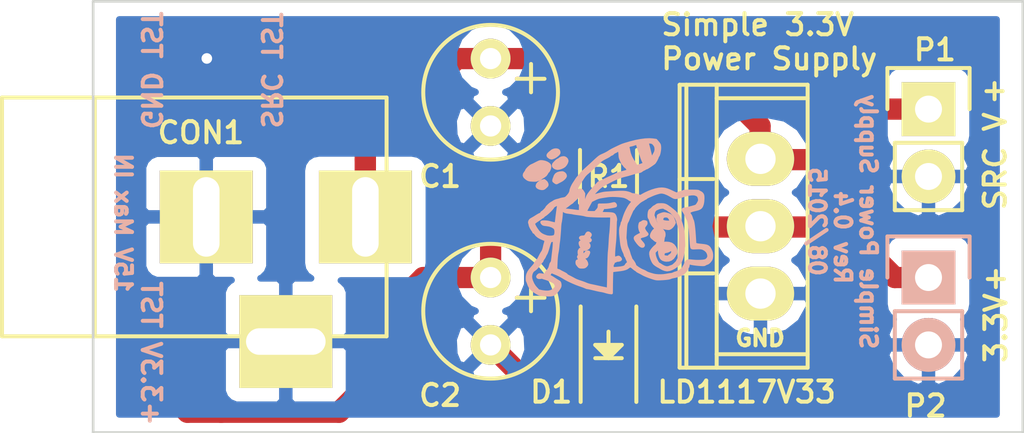
<source format=kicad_pcb>
(kicad_pcb (version 4) (host pcbnew "(2015-06-12 BZR 5743)-product")

  (general
    (links 17)
    (no_connects 0)
    (area 101.952379 101.08 150.530477 126.705)
    (thickness 1.6)
    (drawings 15)
    (tracks 41)
    (zones 0)
    (modules 12)
    (nets 5)
  )

  (page A4)
  (layers
    (0 F.Cu signal)
    (31 B.Cu signal)
    (32 B.Adhes user)
    (33 F.Adhes user)
    (34 B.Paste user)
    (35 F.Paste user)
    (36 B.SilkS user)
    (37 F.SilkS user)
    (38 B.Mask user)
    (39 F.Mask user)
    (40 Dwgs.User user)
    (41 Cmts.User user)
    (42 Eco1.User user)
    (43 Eco2.User user)
    (44 Edge.Cuts user)
    (45 Margin user hide)
    (46 B.CrtYd user)
    (47 F.CrtYd user)
    (48 B.Fab user)
    (49 F.Fab user)
  )

  (setup
    (last_trace_width 0.25)
    (user_trace_width 0.4)
    (user_trace_width 0.6)
    (user_trace_width 0.8)
    (user_trace_width 1)
    (trace_clearance 0.2)
    (zone_clearance 0.508)
    (zone_45_only yes)
    (trace_min 0.2)
    (segment_width 0.1)
    (edge_width 0.1)
    (via_size 0.6)
    (via_drill 0.4)
    (via_min_size 0.6)
    (via_min_drill 0.3)
    (uvia_size 0.3)
    (uvia_drill 0.1)
    (uvias_allowed no)
    (uvia_min_size 0.2)
    (uvia_min_drill 0.1)
    (pcb_text_width 0.3)
    (pcb_text_size 1.5 1.5)
    (mod_edge_width 0.15)
    (mod_text_size 1 1)
    (mod_text_width 0.15)
    (pad_size 1.50114 1.50114)
    (pad_drill 0.8001)
    (pad_to_mask_clearance 0)
    (aux_axis_origin 0 0)
    (visible_elements FFFEFF7F)
    (pcbplotparams
      (layerselection 0x010f0_80000001)
      (usegerberextensions false)
      (excludeedgelayer true)
      (linewidth 0.100000)
      (plotframeref false)
      (viasonmask false)
      (mode 1)
      (useauxorigin false)
      (hpglpennumber 1)
      (hpglpenspeed 20)
      (hpglpendiameter 15)
      (hpglpenoverlay 2)
      (psnegative false)
      (psa4output false)
      (plotreference true)
      (plotvalue true)
      (plotinvisibletext false)
      (padsonsilk true)
      (subtractmaskfromsilk false)
      (outputformat 1)
      (mirror false)
      (drillshape 0)
      (scaleselection 1)
      (outputdirectory /home/realashe/Desktop/Gerbers/))
  )

  (net 0 "")
  (net 1 GND)
  (net 2 +5V)
  (net 3 "Net-(C2-Pad1)")
  (net 4 "Net-(D1-Pad2)")

  (net_class Default "This is the default net class."
    (clearance 0.2)
    (trace_width 0.25)
    (via_dia 0.6)
    (via_drill 0.4)
    (uvia_dia 0.3)
    (uvia_drill 0.1)
    (add_net +5V)
    (add_net GND)
    (add_net "Net-(C2-Pad1)")
    (add_net "Net-(D1-Pad2)")
  )

  (module Capacitors_Elko_ThroughHole:Elko_vert_11x5mm_RM2.5 (layer F.Cu) (tedit 55817226) (tstamp 5581501C)
    (at 120.65 109.855 270)
    (descr "Electrolytic Capacitor, vertical, diameter 5mm, radial, RM 2,5mm")
    (tags "Electrolytic Capacitor, vertical, diameter 5mm, radial, RM 2,5mm, Elko, Electrolytkondensator, Kondensator gepolt, Durchmesser 5mm")
    (path /557E6528)
    (fp_text reference C1 (at 4.445 1.905 360) (layer F.SilkS)
      (effects (font (size 0.8 0.8) (thickness 0.15)))
    )
    (fp_text value 0.1uF (at 1.27 5.08 270) (layer F.Fab) hide
      (effects (font (size 1 1) (thickness 0.15)))
    )
    (fp_line (start 0.2032 -1.524) (end 1.27 -1.524) (layer F.Cu) (width 0.15))
    (fp_line (start 0.762 -2.032) (end 0.762 -0.9906) (layer F.Cu) (width 0.15))
    (fp_line (start 1.27 -1.524) (end 0.2032 -1.524) (layer F.SilkS) (width 0.15))
    (fp_line (start 0.762 -2.032) (end 0.762 -0.9906) (layer F.SilkS) (width 0.15))
    (fp_circle (center 1.27 0) (end 3.81 0) (layer F.SilkS) (width 0.15))
    (pad 2 thru_hole circle (at 2.54 0 270) (size 1.50114 1.50114) (drill 0.8001) (layers *.Cu *.Mask F.SilkS)
      (net 1 GND))
    (pad 1 thru_hole circle (at 0 0 270) (size 1.50114 1.50114) (drill 0.8001) (layers *.Cu *.Mask F.SilkS)
      (net 2 +5V))
    (model Capacitors_Elko_ThroughHole.3dshapes/Elko_vert_11x5mm_RM2.5.wrl
      (at (xyz 0 0 0))
      (scale (xyz 1 1 1))
      (rotate (xyz 0 0 0))
    )
  )

  (module Capacitors_Elko_ThroughHole:Elko_vert_11x5mm_RM2.5 (layer F.Cu) (tedit 558755C2) (tstamp 55815027)
    (at 120.65 118.11 270)
    (descr "Electrolytic Capacitor, vertical, diameter 5mm, radial, RM 2,5mm")
    (tags "Electrolytic Capacitor, vertical, diameter 5mm, radial, RM 2,5mm, Elko, Electrolytkondensator, Kondensator gepolt, Durchmesser 5mm")
    (path /557E657C)
    (fp_text reference C2 (at 4.445 1.905 360) (layer F.SilkS)
      (effects (font (size 0.8 0.8) (thickness 0.15)))
    )
    (fp_text value 10uF (at 1.27 5.08 270) (layer F.Fab) hide
      (effects (font (size 1 1) (thickness 0.15)))
    )
    (fp_line (start 0.2032 -1.524) (end 1.27 -1.524) (layer F.Cu) (width 0.15))
    (fp_line (start 0.762 -2.032) (end 0.762 -0.9906) (layer F.Cu) (width 0.15))
    (fp_line (start 1.27 -1.524) (end 0.2032 -1.524) (layer F.SilkS) (width 0.15))
    (fp_line (start 0.762 -2.032) (end 0.762 -0.9906) (layer F.SilkS) (width 0.15))
    (fp_circle (center 1.27 0) (end 3.81 0) (layer F.SilkS) (width 0.15))
    (pad 2 thru_hole circle (at 2.54 0 270) (size 1.50114 1.50114) (drill 0.8001) (layers *.Cu *.Mask F.SilkS)
      (net 1 GND))
    (pad 1 thru_hole circle (at 0 0 270) (size 1.50114 1.50114) (drill 0.8001) (layers *.Cu *.Mask F.SilkS)
      (net 3 "Net-(C2-Pad1)"))
    (model Capacitors_Elko_ThroughHole.3dshapes/Elko_vert_11x5mm_RM2.5.wrl
      (at (xyz 0 0 0))
      (scale (xyz 1 1 1))
      (rotate (xyz 0 0 0))
    )
  )

  (module Socket_Strips:Socket_Strip_Straight_1x02 (layer F.Cu) (tedit 55874B72) (tstamp 5581503A)
    (at 137.16 111.76 270)
    (descr "Through hole socket strip")
    (tags "socket strip")
    (path /557E73E1)
    (fp_text reference P1 (at -2.235 -0.24 360) (layer F.SilkS)
      (effects (font (size 0.8 0.8) (thickness 0.15)))
    )
    (fp_text value "5V Out" (at 0 -3.1 270) (layer F.Fab) hide
      (effects (font (size 1 1) (thickness 0.15)))
    )
    (fp_line (start -1.55 1.55) (end 0 1.55) (layer F.SilkS) (width 0.15))
    (fp_line (start 3.81 1.27) (end 1.27 1.27) (layer F.SilkS) (width 0.15))
    (fp_line (start -1.75 -1.75) (end -1.75 1.75) (layer F.CrtYd) (width 0.05))
    (fp_line (start 4.3 -1.75) (end 4.3 1.75) (layer F.CrtYd) (width 0.05))
    (fp_line (start -1.75 -1.75) (end 4.3 -1.75) (layer F.CrtYd) (width 0.05))
    (fp_line (start -1.75 1.75) (end 4.3 1.75) (layer F.CrtYd) (width 0.05))
    (fp_line (start 1.27 1.27) (end 1.27 -1.27) (layer F.SilkS) (width 0.15))
    (fp_line (start 0 -1.55) (end -1.55 -1.55) (layer F.SilkS) (width 0.15))
    (fp_line (start -1.55 -1.55) (end -1.55 1.55) (layer F.SilkS) (width 0.15))
    (fp_line (start 1.27 -1.27) (end 3.81 -1.27) (layer F.SilkS) (width 0.15))
    (fp_line (start 3.81 -1.27) (end 3.81 1.27) (layer F.SilkS) (width 0.15))
    (pad 1 thru_hole rect (at 0 0 270) (size 2.032 2.032) (drill 1.016) (layers *.Cu *.Mask F.SilkS)
      (net 2 +5V))
    (pad 2 thru_hole oval (at 2.54 0 270) (size 2.032 2.032) (drill 1.016) (layers *.Cu *.Mask F.SilkS)
      (net 1 GND))
    (model Socket_Strips.3dshapes/Socket_Strip_Straight_1x02.wrl
      (at (xyz 0.05 0 0))
      (scale (xyz 1 1 1))
      (rotate (xyz 0 0 180))
    )
  )

  (module Pin_Headers:Pin_Header_Straight_1x02 (layer B.Cu) (tedit 55874B6E) (tstamp 55815040)
    (at 137.16 118.11 180)
    (descr "Through hole pin header")
    (tags "pin header")
    (path /557E735B)
    (fp_text reference P2 (at 0.11 -4.84 180) (layer F.SilkS)
      (effects (font (size 0.8 0.8) (thickness 0.15)))
    )
    (fp_text value "3.3V Out" (at -2.54 -0.635 270) (layer B.Fab) hide
      (effects (font (size 1 1) (thickness 0.15)) (justify mirror))
    )
    (fp_line (start 1.27 -1.27) (end 1.27 -3.81) (layer B.SilkS) (width 0.15))
    (fp_line (start 1.55 1.55) (end 1.55 0) (layer B.SilkS) (width 0.15))
    (fp_line (start -1.75 1.75) (end -1.75 -4.3) (layer B.CrtYd) (width 0.05))
    (fp_line (start 1.75 1.75) (end 1.75 -4.3) (layer B.CrtYd) (width 0.05))
    (fp_line (start -1.75 1.75) (end 1.75 1.75) (layer B.CrtYd) (width 0.05))
    (fp_line (start -1.75 -4.3) (end 1.75 -4.3) (layer B.CrtYd) (width 0.05))
    (fp_line (start 1.27 -1.27) (end -1.27 -1.27) (layer B.SilkS) (width 0.15))
    (fp_line (start -1.55 0) (end -1.55 1.55) (layer B.SilkS) (width 0.15))
    (fp_line (start -1.55 1.55) (end 1.55 1.55) (layer B.SilkS) (width 0.15))
    (fp_line (start -1.27 -1.27) (end -1.27 -3.81) (layer B.SilkS) (width 0.15))
    (fp_line (start -1.27 -3.81) (end 1.27 -3.81) (layer B.SilkS) (width 0.15))
    (pad 1 thru_hole rect (at 0 0 180) (size 2.032 2.032) (drill 1.016) (layers *.Cu *.Mask B.SilkS)
      (net 3 "Net-(C2-Pad1)"))
    (pad 2 thru_hole oval (at 0 -2.54 180) (size 2.032 2.032) (drill 1.016) (layers *.Cu *.Mask B.SilkS)
      (net 1 GND))
    (model Pin_Headers.3dshapes/Pin_Header_Straight_1x02.wrl
      (at (xyz 0 -0.05 0))
      (scale (xyz 1 1 1))
      (rotate (xyz 0 0 90))
    )
  )

  (module Resistors_SMD:R_1206_HandSoldering (layer F.Cu) (tedit 558170CF) (tstamp 55815046)
    (at 125.095 114.3 270)
    (descr "Resistor SMD 1206, hand soldering")
    (tags "resistor 1206")
    (path /557E65DC)
    (attr smd)
    (fp_text reference R1 (at 0 0 360) (layer F.SilkS)
      (effects (font (size 0.8 0.8) (thickness 0.15)))
    )
    (fp_text value 56 (at 0 2.3 270) (layer F.Fab) hide
      (effects (font (size 1 1) (thickness 0.15)))
    )
    (fp_line (start -3.3 -1.2) (end 3.3 -1.2) (layer F.CrtYd) (width 0.05))
    (fp_line (start -3.3 1.2) (end 3.3 1.2) (layer F.CrtYd) (width 0.05))
    (fp_line (start -3.3 -1.2) (end -3.3 1.2) (layer F.CrtYd) (width 0.05))
    (fp_line (start 3.3 -1.2) (end 3.3 1.2) (layer F.CrtYd) (width 0.05))
    (fp_line (start 1 1.075) (end -1 1.075) (layer F.SilkS) (width 0.15))
    (fp_line (start -1 -1.075) (end 1 -1.075) (layer F.SilkS) (width 0.15))
    (pad 1 smd rect (at -2 0 270) (size 2 1.7) (layers F.Cu F.Paste F.Mask)
      (net 3 "Net-(C2-Pad1)"))
    (pad 2 smd rect (at 2 0 270) (size 2 1.7) (layers F.Cu F.Paste F.Mask)
      (net 4 "Net-(D1-Pad2)"))
    (model Resistors_SMD.3dshapes/R_1206_HandSoldering.wrl
      (at (xyz 0 0 0))
      (scale (xyz 1 1 1))
      (rotate (xyz 0 0 0))
    )
  )

  (module Power_Integrations:TO-220 (layer F.Cu) (tedit 55D7297A) (tstamp 5581505C)
    (at 130.825 116.175 90)
    (descr "Non Isolated JEDEC TO-220 Package")
    (tags "Power Integration YN Package")
    (path /557E63DC)
    (fp_text reference LD1117V33 (at -6.253 -0.523 180) (layer F.SilkS)
      (effects (font (size 0.8 0.8) (thickness 0.15)))
    )
    (fp_text value LD1117V33 (at 13.97 15.24 90) (layer F.Fab) hide
      (effects (font (size 1 1) (thickness 0.15)))
    )
    (fp_line (start 4.826 -1.651) (end 4.826 1.778) (layer F.SilkS) (width 0.15))
    (fp_line (start -4.826 -1.651) (end -4.826 1.778) (layer F.SilkS) (width 0.15))
    (fp_line (start 5.334 -2.794) (end -5.334 -2.794) (layer F.SilkS) (width 0.15))
    (fp_line (start 1.778 -1.778) (end 1.778 -3.048) (layer F.SilkS) (width 0.15))
    (fp_line (start -1.778 -1.778) (end -1.778 -3.048) (layer F.SilkS) (width 0.15))
    (fp_line (start -5.334 -1.651) (end 5.334 -1.651) (layer F.SilkS) (width 0.15))
    (fp_line (start 5.334 1.778) (end -5.334 1.778) (layer F.SilkS) (width 0.15))
    (fp_line (start -5.334 -3.048) (end -5.334 1.778) (layer F.SilkS) (width 0.15))
    (fp_line (start 5.334 -3.048) (end 5.334 1.778) (layer F.SilkS) (width 0.15))
    (fp_line (start 5.334 -3.048) (end -5.334 -3.048) (layer F.SilkS) (width 0.15))
    (pad 2 thru_hole oval (at 0 0 90) (size 2.032 2.54) (drill 1.143) (layers *.Cu *.Mask F.SilkS)
      (net 3 "Net-(C2-Pad1)"))
    (pad 3 thru_hole oval (at 2.54 0 90) (size 2.032 2.54) (drill 1.143) (layers *.Cu *.Mask F.SilkS)
      (net 2 +5V))
    (pad 1 thru_hole oval (at -2.54 0 90) (size 2.032 2.54) (drill 1.143) (layers *.Cu *.Mask F.SilkS)
      (net 1 GND))
  )

  (module Connect:BARREL_JACK (layer F.Cu) (tedit 55816BCE) (tstamp 5581525A)
    (at 109.728 115.824)
    (descr "DC Barrel Jack")
    (tags "Power Jack")
    (path /557E6495)
    (fp_text reference CON1 (at 0 -3.175) (layer F.SilkS)
      (effects (font (size 0.8 0.8) (thickness 0.15)))
    )
    (fp_text value BARREL_JACK (at 0 -5.99948) (layer F.Fab) hide
      (effects (font (size 1 1) (thickness 0.15)))
    )
    (fp_line (start -4.0005 -4.50088) (end -4.0005 4.50088) (layer F.SilkS) (width 0.15))
    (fp_line (start -7.50062 -4.50088) (end -7.50062 4.50088) (layer F.SilkS) (width 0.15))
    (fp_line (start -7.50062 4.50088) (end 7.00024 4.50088) (layer F.SilkS) (width 0.15))
    (fp_line (start 7.00024 4.50088) (end 7.00024 -4.50088) (layer F.SilkS) (width 0.15))
    (fp_line (start 7.00024 -4.50088) (end -7.50062 -4.50088) (layer F.SilkS) (width 0.15))
    (pad 1 thru_hole rect (at 6.20014 0) (size 3.50012 3.50012) (drill oval 1.00076 2.99974) (layers *.Cu *.Mask F.SilkS)
      (net 2 +5V))
    (pad 2 thru_hole rect (at 0.20066 0) (size 3.50012 3.50012) (drill oval 1.00076 2.99974) (layers *.Cu *.Mask F.SilkS)
      (net 1 GND))
    (pad 3 thru_hole rect (at 3.2004 4.699) (size 3.50012 3.50012) (drill oval 2.99974 1.00076) (layers *.Cu *.Mask F.SilkS)
      (net 1 GND))
  )

  (module Measurement_Points:Measurement_Point_Square-SMD-Pad_Small (layer F.Cu) (tedit 5582B21E) (tstamp 5582B06F)
    (at 112.395 109.855)
    (descr "Mesurement Point, Square, SMD Pad,  1.5mm x 1.5mm,")
    (tags "Mesurement Point, Square, SMD Pad, 1.5mm x 1.5mm,")
    (path /557E6EC8)
    (fp_text reference TST1 (at 0 -3.81) (layer F.SilkS) hide
      (effects (font (size 1 1) (thickness 0.15)))
    )
    (fp_text value "+5v TST" (at 2.54 3.81) (layer F.Fab) hide
      (effects (font (size 1 1) (thickness 0.15)))
    )
    (pad 1 smd rect (at 0 0) (size 1.50114 1.50114) (layers F.Cu F.Paste F.Mask)
      (net 2 +5V))
  )

  (module Measurement_Points:Measurement_Point_Square-SMD-Pad_Small (layer F.Cu) (tedit 5587565F) (tstamp 5582B074)
    (at 107.95 109.855)
    (descr "Mesurement Point, Square, SMD Pad,  1.5mm x 1.5mm,")
    (tags "Mesurement Point, Square, SMD Pad, 1.5mm x 1.5mm,")
    (path /557E6F49)
    (fp_text reference TST2 (at 0 -3.81) (layer F.SilkS) hide
      (effects (font (size 1 1) (thickness 0.15)))
    )
    (fp_text value "Gnd TST" (at 2.54 3.81) (layer F.Fab)
      (effects (font (size 1 1) (thickness 0.15)))
    )
    (pad 1 smd rect (at 0 0) (size 1.50114 1.50114) (layers F.Cu F.Paste F.Mask)
      (net 1 GND))
  )

  (module Measurement_Points:Measurement_Point_Square-SMD-Pad_Small (layer F.Cu) (tedit 55874B7D) (tstamp 5582B079)
    (at 107.95 121.92)
    (descr "Mesurement Point, Square, SMD Pad,  1.5mm x 1.5mm,")
    (tags "Mesurement Point, Square, SMD Pad, 1.5mm x 1.5mm,")
    (path /557E7EEB)
    (fp_text reference TST3 (at 0 -3.81) (layer F.SilkS) hide
      (effects (font (size 1 1) (thickness 0.15)))
    )
    (fp_text value "3.3V TST" (at 2.54 3.81) (layer F.Fab) hide
      (effects (font (size 1 1) (thickness 0.15)))
    )
    (pad 1 smd rect (at 0 0) (size 1.50114 1.50114) (layers F.Cu F.Paste F.Mask)
      (net 3 "Net-(C2-Pad1)"))
  )

  (module logo:tanu (layer B.Cu) (tedit 0) (tstamp 558749D5)
    (at 125.3 115.75 90)
    (fp_text reference G*** (at 0 0 90) (layer B.SilkS) hide
      (effects (font (thickness 0.3)) (justify mirror))
    )
    (fp_text value LOGO (at 0.75 0 90) (layer B.SilkS) hide
      (effects (font (thickness 0.3)) (justify mirror))
    )
    (fp_poly (pts (xy 2.016559 -2.733885) (xy 2.016004 -2.76562) (xy 2.009825 -2.796415) (xy 1.995986 -2.833166)
      (xy 1.972453 -2.882771) (xy 1.937829 -2.950882) (xy 1.911375 -3.002738) (xy 1.893531 -3.038777)
      (xy 1.879156 -3.069714) (xy 1.863104 -3.10626) (xy 1.861916 -3.109002) (xy 1.840447 -3.144478)
      (xy 1.806051 -3.187179) (xy 1.765128 -3.230678) (xy 1.72408 -3.268544) (xy 1.689308 -3.294348)
      (xy 1.669752 -3.302) (xy 1.647045 -3.311108) (xy 1.613132 -3.33406) (xy 1.598141 -3.346216)
      (xy 1.539973 -3.382673) (xy 1.485561 -3.38993) (xy 1.435873 -3.367964) (xy 1.41714 -3.350559)
      (xy 1.369424 -3.295506) (xy 1.337926 -3.248269) (xy 1.318855 -3.199301) (xy 1.308425 -3.139053)
      (xy 1.303089 -3.063104) (xy 1.300964 -2.983557) (xy 1.303698 -2.932398) (xy 1.311362 -2.908519)
      (xy 1.312924 -2.907232) (xy 1.32511 -2.886091) (xy 1.329764 -2.853141) (xy 1.341822 -2.806841)
      (xy 1.368037 -2.768111) (xy 1.397734 -2.730363) (xy 1.430643 -2.680383) (xy 1.446478 -2.653022)
      (xy 1.50253 -2.577735) (xy 1.574787 -2.526987) (xy 1.602441 -2.515671) (xy 1.624468 -2.502511)
      (xy 1.628588 -2.494652) (xy 1.641532 -2.476676) (xy 1.674619 -2.454987) (xy 1.719226 -2.433975)
      (xy 1.766734 -2.418029) (xy 1.78803 -2.413465) (xy 1.840628 -2.41053) (xy 1.88118 -2.423875)
      (xy 1.88981 -2.429152) (xy 1.930167 -2.46943) (xy 1.966738 -2.530855) (xy 1.995449 -2.604693)
      (xy 2.012225 -2.68221) (xy 2.013524 -2.694314) (xy 2.016559 -2.733885) (xy 2.016559 -2.733885)) (layer B.SilkS) (width 0.1))
    (fp_poly (pts (xy 2.844 1.331638) (xy 2.836903 1.180422) (xy 2.815242 1.010207) (xy 2.779574 0.824213)
      (xy 2.744209 0.681256) (xy 2.744209 1.329574) (xy 2.74307 1.350669) (xy 2.735923 1.392576)
      (xy 2.734439 1.416438) (xy 2.721708 1.451567) (xy 2.68882 1.491568) (xy 2.64319 1.529793)
      (xy 2.592233 1.559594) (xy 2.562567 1.57056) (xy 2.472434 1.581139) (xy 2.383738 1.565883)
      (xy 2.316817 1.533863) (xy 2.272318 1.507873) (xy 2.230766 1.48904) (xy 2.219579 1.485517)
      (xy 2.184953 1.468851) (xy 2.166718 1.449757) (xy 2.162931 1.430118) (xy 2.176791 1.412903)
      (xy 2.21165 1.39625) (xy 2.270863 1.378299) (xy 2.315882 1.366992) (xy 2.429587 1.339383)
      (xy 2.524726 1.315703) (xy 2.59752 1.296906) (xy 2.637117 1.286026) (xy 2.67658 1.275237)
      (xy 2.698518 1.273658) (xy 2.71416 1.282366) (xy 2.726857 1.294639) (xy 2.744209 1.329574)
      (xy 2.744209 0.681256) (xy 2.730456 0.625661) (xy 2.687635 0.482103) (xy 2.687635 0.849278)
      (xy 2.680751 0.871785) (xy 2.659316 0.883553) (xy 2.648323 0.88612) (xy 2.619483 0.893743)
      (xy 2.56886 0.90912) (xy 2.502907 0.930218) (xy 2.428074 0.955003) (xy 2.405529 0.962625)
      (xy 2.327991 0.988911) (xy 2.256242 1.013133) (xy 2.197185 1.032967) (xy 2.157721 1.046092)
      (xy 2.151529 1.048116) (xy 2.108855 1.064163) (xy 2.053828 1.087694) (xy 2.014621 1.105866)
      (xy 1.930008 1.146648) (xy 1.883886 1.02004) (xy 1.863228 0.96067) (xy 1.847352 0.909979)
      (xy 1.838678 0.875915) (xy 1.837764 0.868463) (xy 1.850065 0.846902) (xy 1.881782 0.820243)
      (xy 1.903905 0.806482) (xy 1.949232 0.779604) (xy 2.007379 0.743072) (xy 2.066617 0.704276)
      (xy 2.073096 0.699917) (xy 2.189362 0.63579) (xy 2.322003 0.586995) (xy 2.456073 0.558218)
      (xy 2.498987 0.550032) (xy 2.527958 0.540225) (xy 2.533819 0.535796) (xy 2.55188 0.523723)
      (xy 2.576925 0.537848) (xy 2.59868 0.562309) (xy 2.620562 0.600475) (xy 2.629647 0.636855)
      (xy 2.634885 0.670473) (xy 2.648312 0.718558) (xy 2.659521 0.750634) (xy 2.680411 0.810678)
      (xy 2.687635 0.849278) (xy 2.687635 0.482103) (xy 2.668446 0.417771) (xy 2.641339 0.336177)
      (xy 2.628715 0.302706) (xy 2.609429 0.257597) (xy 2.58159 0.196675) (xy 2.543312 0.115768)
      (xy 2.514407 0.0556) (xy 2.480049 -0.014954) (xy 2.453426 -0.067224) (xy 2.433095 -0.103816)
      (xy 2.433095 0.16519) (xy 2.425715 0.187909) (xy 2.406419 0.201508) (xy 2.367252 0.210744)
      (xy 2.353235 0.212957) (xy 2.295066 0.219698) (xy 2.237771 0.223257) (xy 2.220405 0.223434)
      (xy 2.170316 0.230221) (xy 2.111368 0.24871) (xy 2.085935 0.259846) (xy 2.03514 0.283773)
      (xy 1.988682 0.304321) (xy 1.9685 0.312499) (xy 1.939148 0.327461) (xy 1.927411 0.340925)
      (xy 1.915513 0.35575) (xy 1.8861 0.375959) (xy 1.878096 0.380441) (xy 1.837207 0.410722)
      (xy 1.80534 0.447912) (xy 1.804085 0.450029) (xy 1.781217 0.479616) (xy 1.75925 0.492993)
      (xy 1.758025 0.493059) (xy 1.737387 0.505583) (xy 1.728847 0.522941) (xy 1.713271 0.547231)
      (xy 1.699035 0.552824) (xy 1.682865 0.54618) (xy 1.66713 0.523819) (xy 1.650284 0.482097)
      (xy 1.630778 0.417372) (xy 1.613366 0.351118) (xy 1.592589 0.275162) (xy 1.569484 0.20048)
      (xy 1.546437 0.133954) (xy 1.525836 0.082466) (xy 1.51007 0.052896) (xy 1.509742 0.052476)
      (xy 1.4985 0.032329) (xy 1.479353 -0.007694) (xy 1.455942 -0.059906) (xy 1.449529 -0.074706)
      (xy 1.415538 -0.151523) (xy 1.377581 -0.233741) (xy 1.339548 -0.313237) (xy 1.305328 -0.381891)
      (xy 1.278809 -0.431578) (xy 1.277827 -0.433294) (xy 1.258022 -0.477804) (xy 1.24747 -0.51365)
      (xy 1.230467 -0.553267) (xy 1.200868 -0.592443) (xy 1.197438 -0.595826) (xy 1.077997 -0.706945)
      (xy 0.969059 -0.803083) (xy 0.872694 -0.882568) (xy 0.790968 -0.943724) (xy 0.72595 -0.984878)
      (xy 0.702235 -0.996626) (xy 0.62266 -1.028042) (xy 0.552357 -1.049859) (xy 0.498294 -1.060058)
      (xy 0.482078 -1.06039) (xy 0.418408 -1.059268) (xy 0.372354 -1.068326) (xy 0.332405 -1.091055)
      (xy 0.305048 -1.114099) (xy 0.246529 -1.167374) (xy 0.306294 -1.158444) (xy 0.342939 -1.154573)
      (xy 0.402115 -1.150132) (xy 0.476492 -1.145598) (xy 0.558737 -1.141451) (xy 0.583817 -1.140354)
      (xy 0.801575 -1.131194) (xy 0.871434 -1.172134) (xy 0.917172 -1.20377) (xy 0.939662 -1.235703)
      (xy 0.944107 -1.27737) (xy 0.941866 -1.299882) (xy 0.930283 -1.323251) (xy 0.904244 -1.357174)
      (xy 0.887801 -1.375218) (xy 0.858117 -1.408257) (xy 0.839685 -1.433185) (xy 0.836705 -1.440381)
      (xy 0.849219 -1.447384) (xy 0.882295 -1.443853) (xy 0.929238 -1.4315) (xy 0.983354 -1.412035)
      (xy 1.030807 -1.390772) (xy 1.090454 -1.358743) (xy 1.16629 -1.314507) (xy 1.250143 -1.263166)
      (xy 1.333841 -1.20982) (xy 1.409212 -1.159568) (xy 1.465321 -1.119593) (xy 1.516094 -1.075981)
      (xy 1.566174 -1.024482) (xy 1.584851 -1.002067) (xy 1.62702 -0.950441) (xy 1.675149 -0.89557)
      (xy 1.695823 -0.873346) (xy 1.731631 -0.835336) (xy 1.780045 -0.783185) (xy 1.833635 -0.724922)
      (xy 1.867647 -0.687662) (xy 1.919085 -0.631925) (xy 1.968855 -0.5794) (xy 2.010191 -0.537156)
      (xy 2.030411 -0.517559) (xy 2.060561 -0.481435) (xy 2.097411 -0.424658) (xy 2.136552 -0.354318)
      (xy 2.155595 -0.316294) (xy 2.186849 -0.254269) (xy 2.215301 -0.202755) (xy 2.237613 -0.167498)
      (xy 2.249654 -0.154428) (xy 2.266606 -0.135675) (xy 2.278914 -0.102834) (xy 2.296848 -0.063216)
      (xy 2.321532 -0.037172) (xy 2.348215 -0.009033) (xy 2.371601 0.032539) (xy 2.374827 0.040763)
      (xy 2.393175 0.081048) (xy 2.412828 0.109461) (xy 2.416718 0.112896) (xy 2.431497 0.138625)
      (xy 2.433095 0.16519) (xy 2.433095 -0.103816) (xy 2.429654 -0.11001) (xy 2.403848 -0.152116)
      (xy 2.37204 -0.200955) (xy 2.33703 -0.25974) (xy 2.299377 -0.331988) (xy 2.266651 -0.40308)
      (xy 2.263706 -0.410131) (xy 2.243734 -0.456491) (xy 2.223674 -0.496469) (xy 2.200071 -0.534716)
      (xy 2.169469 -0.575885) (xy 2.128413 -0.62463) (xy 2.073449 -0.685602) (xy 2.002117 -0.762391)
      (xy 1.95342 -0.81464) (xy 1.906907 -0.86485) (xy 1.870216 -0.904767) (xy 1.860176 -0.915808)
      (xy 1.76894 -1.016338) (xy 1.696213 -1.095625) (xy 1.640821 -1.154909) (xy 1.601589 -1.195429)
      (xy 1.577343 -1.218427) (xy 1.567201 -1.225176) (xy 1.550261 -1.23451) (xy 1.521629 -1.257759)
      (xy 1.512308 -1.266264) (xy 1.455059 -1.319278) (xy 1.41206 -1.357167) (xy 1.376215 -1.385718)
      (xy 1.340426 -1.410716) (xy 1.315289 -1.426882) (xy 1.259511 -1.462584) (xy 1.200861 -1.500913)
      (xy 1.178657 -1.515689) (xy 1.12263 -1.54915) (xy 1.058963 -1.58088) (xy 0.996479 -1.607086)
      (xy 0.944001 -1.623971) (xy 0.916971 -1.628233) (xy 0.8541 -1.642342) (xy 0.78186 -1.682456)
      (xy 0.740026 -1.716525) (xy 0.740026 -1.285649) (xy 0.722859 -1.279169) (xy 0.679796 -1.274517)
      (xy 0.609752 -1.27164) (xy 0.511639 -1.270483) (xy 0.435192 -1.270613) (xy 0.140656 -1.272239)
      (xy 0.137394 -1.315051) (xy 0.138195 -1.348719) (xy 0.143101 -1.402511) (xy 0.151179 -1.467096)
      (xy 0.155566 -1.496961) (xy 0.16708 -1.579901) (xy 0.177946 -1.672152) (xy 0.186093 -1.755881)
      (xy 0.187073 -1.76817) (xy 0.191435 -1.831076) (xy 0.192299 -1.869685) (xy 0.188915 -1.889457)
      (xy 0.180533 -1.89585) (xy 0.169657 -1.894987) (xy 0.141347 -1.877414) (xy 0.118882 -1.835586)
      (xy 0.101572 -1.767658) (xy 0.089626 -1.680679) (xy 0.082811 -1.621523) (xy 0.076002 -1.573886)
      (xy 0.070354 -1.54552) (xy 0.068856 -1.541564) (xy 0.06428 -1.522825) (xy 0.05718 -1.480307)
      (xy 0.048451 -1.419917) (xy 0.03899 -1.347562) (xy 0.036957 -1.331105) (xy 0.025963 -1.251082)
      (xy 0.013481 -1.176095) (xy 0.000983 -1.114137) (xy -0.010062 -1.073196) (xy -0.010933 -1.07082)
      (xy -0.019769 -1.032213) (xy -0.027688 -0.967442) (xy -0.034525 -0.880214) (xy -0.040113 -0.774238)
      (xy -0.044285 -0.65322) (xy -0.046877 -0.52087) (xy -0.047721 -0.380896) (xy -0.047021 -0.265448)
      (xy -0.045161 -0.105073) (xy -0.084076 -0.095306) (xy -0.109636 -0.093495) (xy -0.159167 -0.093693)
      (xy -0.226848 -0.095586) (xy -0.306859 -0.098862) (xy -0.393377 -0.103207) (xy -0.480582 -0.108308)
      (xy -0.562653 -0.113851) (xy -0.633769 -0.119524) (xy -0.688109 -0.125011) (xy -0.717177 -0.129385)
      (xy -0.744387 -0.132827) (xy -0.795488 -0.137193) (xy -0.86452 -0.14205) (xy -0.945522 -0.146967)
      (xy -1.001059 -0.149954) (xy -1.096913 -0.155482) (xy -1.194523 -0.162211) (xy -1.284661 -0.169431)
      (xy -1.358101 -0.176436) (xy -1.382059 -0.179182) (xy -1.426074 -0.182966) (xy -1.496026 -0.186872)
      (xy -1.587969 -0.190773) (xy -1.697959 -0.194538) (xy -1.822051 -0.198039) (xy -1.9563 -0.201148)
      (xy -2.096761 -0.203734) (xy -2.162736 -0.204717) (xy -2.298444 -0.206803) (xy -2.42447 -0.209159)
      (xy -2.537774 -0.211699) (xy -2.635313 -0.214335) (xy -2.714046 -0.216979) (xy -2.770932 -0.219542)
      (xy -2.802929 -0.221939) (xy -2.808942 -0.223347) (xy -2.800392 -0.242255) (xy -2.796406 -0.247276)
      (xy -2.786737 -0.268979) (xy -2.775168 -0.30976) (xy -2.767683 -0.343647) (xy -2.757831 -0.391747)
      (xy -2.743467 -0.459468) (xy -2.726634 -0.537274) (xy -2.711709 -0.605117) (xy -2.69396 -0.686081)
      (xy -2.67654 -0.767234) (xy -2.661662 -0.838179) (xy -2.652893 -0.881529) (xy -2.635912 -0.949415)
      (xy -2.612516 -1.020526) (xy -2.59607 -1.060823) (xy -2.573877 -1.114211) (xy -2.548195 -1.183695)
      (xy -2.523641 -1.25661) (xy -2.517232 -1.277104) (xy -2.493442 -1.347421) (xy -2.466172 -1.416798)
      (xy -2.440269 -1.473172) (xy -2.433184 -1.486281) (xy -2.400158 -1.545596) (xy -2.36582 -1.609751)
      (xy -2.352222 -1.636059) (xy -2.317106 -1.704326) (xy -2.292335 -1.74991) (xy -2.275278 -1.777045)
      (xy -2.263306 -1.789966) (xy -2.254765 -1.792941) (xy -2.24223 -1.805521) (xy -2.220929 -1.839221)
      (xy -2.194516 -1.887983) (xy -2.180834 -1.915499) (xy -2.152924 -1.971545) (xy -2.128414 -2.017762)
      (xy -2.111099 -2.047121) (xy -2.106666 -2.052958) (xy -2.093088 -2.080426) (xy -2.091765 -2.091428)
      (xy -2.083587 -2.12056) (xy -2.066967 -2.150401) (xy -2.04217 -2.185805) (xy -1.794291 -2.175983)
      (xy -1.701573 -2.171093) (xy -1.610364 -2.164126) (xy -1.528755 -2.155849) (xy -1.464837 -2.147028)
      (xy -1.441824 -2.142604) (xy -1.375951 -2.129995) (xy -1.295439 -2.117765) (xy -1.215475 -2.108167)
      (xy -1.199034 -2.106594) (xy -1.132741 -2.100097) (xy -1.073459 -2.093358) (xy -1.030596 -2.087482)
      (xy -1.01974 -2.085534) (xy -0.984521 -2.080234) (xy -0.925869 -2.073646) (xy -0.850178 -2.066313)
      (xy -0.763841 -2.058777) (xy -0.673252 -2.051581) (xy -0.584804 -2.045266) (xy -0.504892 -2.040376)
      (xy -0.463177 -2.038328) (xy -0.397029 -2.034053) (xy -0.335831 -2.027596) (xy -0.290766 -2.020195)
      (xy -0.283883 -2.018496) (xy -0.237009 -2.008701) (xy -0.169166 -1.998425) (xy -0.089226 -1.988697)
      (xy -0.006064 -1.980545) (xy 0.071446 -1.974999) (xy 0.103316 -1.973589) (xy 0.150866 -1.970733)
      (xy 0.185957 -1.966235) (xy 0.197143 -1.962967) (xy 0.211017 -1.947465) (xy 0.236266 -1.913485)
      (xy 0.268029 -1.867636) (xy 0.276292 -1.855285) (xy 0.314758 -1.799426) (xy 0.353759 -1.746103)
      (xy 0.385293 -1.706231) (xy 0.387145 -1.704074) (xy 0.422112 -1.659308) (xy 0.452843 -1.612922)
      (xy 0.458342 -1.603221) (xy 0.480303 -1.57104) (xy 0.500654 -1.55448) (xy 0.503927 -1.553882)
      (xy 0.521519 -1.54433) (xy 0.522941 -1.538516) (xy 0.53307 -1.522357) (xy 0.560453 -1.490702)
      (xy 0.600584 -1.448538) (xy 0.636632 -1.412731) (xy 0.684918 -1.363447) (xy 0.720045 -1.322762)
      (xy 0.738564 -1.294915) (xy 0.740026 -1.285649) (xy 0.740026 -1.716525) (xy 0.705531 -1.744618)
      (xy 0.663201 -1.785961) (xy 0.63771 -1.819088) (xy 0.622936 -1.854909) (xy 0.612759 -1.904335)
      (xy 0.611455 -1.912321) (xy 0.601567 -1.965636) (xy 0.591168 -2.009195) (xy 0.583798 -2.030542)
      (xy 0.573801 -2.05812) (xy 0.5616 -2.103115) (xy 0.554134 -2.135799) (xy 0.537916 -2.191515)
      (xy 0.51581 -2.242567) (xy 0.503486 -2.262799) (xy 0.502668 -2.264026) (xy 0.502668 -1.797174)
      (xy 0.495664 -1.792941) (xy 0.478971 -1.805252) (xy 0.471126 -1.821314) (xy 0.454685 -1.850849)
      (xy 0.426533 -1.885198) (xy 0.423031 -1.888776) (xy 0.370146 -1.956646) (xy 0.345423 -2.025503)
      (xy 0.343647 -2.049118) (xy 0.337927 -2.082463) (xy 0.32497 -2.099323) (xy 0.302252 -2.104019)
      (xy 0.254917 -2.111472) (xy 0.188034 -2.121006) (xy 0.106671 -2.131943) (xy 0.015896 -2.143607)
      (xy -0.079223 -2.155322) (xy -0.173618 -2.16641) (xy -0.198747 -2.169256) (xy -0.266157 -2.177484)
      (xy -0.308498 -2.184798) (xy -0.330494 -2.192601) (xy -0.336868 -2.202293) (xy -0.335115 -2.209701)
      (xy -0.325981 -2.238939) (xy -0.315372 -2.282939) (xy -0.312162 -2.298364) (xy -0.299723 -2.353158)
      (xy -0.283427 -2.415613) (xy -0.276647 -2.439281) (xy -0.26579 -2.488917) (xy -0.258383 -2.548362)
      (xy -0.254669 -2.609716) (xy -0.254889 -2.66508) (xy -0.259286 -2.706554) (xy -0.26786 -2.726096)
      (xy -0.287202 -2.723029) (xy -0.316738 -2.704374) (xy -0.321977 -2.700034) (xy -0.342394 -2.679269)
      (xy -0.355831 -2.654348) (xy -0.364807 -2.617471) (xy -0.371838 -2.560841) (xy -0.373911 -2.539203)
      (xy -0.392794 -2.429169) (xy -0.426583 -2.332882) (xy -0.472885 -2.256311) (xy -0.498297 -2.228826)
      (xy -0.537485 -2.207369) (xy -0.592039 -2.195812) (xy -0.653761 -2.193611) (xy -0.714454 -2.20022)
      (xy -0.76592 -2.215095) (xy -0.799963 -2.237691) (xy -0.807091 -2.24935) (xy -0.827096 -2.33231)
      (xy -0.831873 -2.426889) (xy -0.821141 -2.518829) (xy -0.81299 -2.549945) (xy -0.777498 -2.649949)
      (xy -0.738832 -2.727884) (xy -0.691989 -2.791504) (xy -0.631964 -2.848568) (xy -0.608127 -2.867499)
      (xy -0.535423 -2.919786) (xy -0.465023 -2.964226) (xy -0.402032 -2.998092) (xy -0.351555 -3.018662)
      (xy -0.318695 -3.02321) (xy -0.317083 -3.022829) (xy -0.298969 -3.007859) (xy -0.269701 -2.972855)
      (xy -0.233604 -2.923344) (xy -0.201706 -2.875423) (xy -0.164798 -2.819142) (xy -0.133148 -2.773548)
      (xy -0.110436 -2.743773) (xy -0.100853 -2.734732) (xy -0.090749 -2.722151) (xy -0.089647 -2.712908)
      (xy -0.078823 -2.688849) (xy -0.055236 -2.664349) (xy -0.026356 -2.636799) (xy -0.010507 -2.614706)
      (xy 0.010985 -2.580021) (xy 0.047015 -2.53406) (xy 0.092728 -2.481809) (xy 0.143269 -2.428255)
      (xy 0.193782 -2.378386) (xy 0.239412 -2.33719) (xy 0.275304 -2.309653) (xy 0.295201 -2.300672)
      (xy 0.315464 -2.286902) (xy 0.34189 -2.250041) (xy 0.371917 -2.195578) (xy 0.402986 -2.129003)
      (xy 0.432534 -2.055805) (xy 0.458001 -1.981475) (xy 0.476825 -1.911501) (xy 0.476875 -1.911276)
      (xy 0.48809 -1.864475) (xy 0.498474 -1.827169) (xy 0.501621 -1.817894) (xy 0.502668 -1.797174)
      (xy 0.502668 -2.264026) (xy 0.473861 -2.307251) (xy 0.448534 -2.351576) (xy 0.447931 -2.352777)
      (xy 0.426946 -2.385311) (xy 0.394287 -2.425994) (xy 0.356107 -2.468306) (xy 0.318558 -2.505725)
      (xy 0.287792 -2.531732) (xy 0.271301 -2.54) (xy 0.252011 -2.550093) (xy 0.220102 -2.575871)
      (xy 0.1825 -2.610582) (xy 0.146135 -2.647474) (xy 0.117933 -2.679793) (xy 0.104825 -2.700788)
      (xy 0.104588 -2.702486) (xy 0.09218 -2.720236) (xy 0.067235 -2.734235) (xy 0.039321 -2.753749)
      (xy 0.029775 -2.774953) (xy 0.021904 -2.7982) (xy 0.00079 -2.839441) (xy -0.029959 -2.891993)
      (xy -0.053027 -2.92847) (xy -0.090799 -2.988051) (xy -0.124235 -3.043625) (xy -0.148525 -3.087061)
      (xy -0.156331 -3.103037) (xy -0.187673 -3.148392) (xy -0.23143 -3.179028) (xy -0.278671 -3.190216)
      (xy -0.309069 -3.183925) (xy -0.34816 -3.171124) (xy -0.374225 -3.167529) (xy -0.405308 -3.159911)
      (xy -0.451493 -3.140335) (xy -0.503224 -3.113716) (xy -0.550941 -3.084969) (xy -0.584877 -3.059206)
      (xy -0.614562 -3.03898) (xy -0.635 -3.033059) (xy -0.654829 -3.021981) (xy -0.657412 -3.012365)
      (xy -0.668874 -2.99036) (xy -0.696515 -2.966054) (xy -0.697209 -2.965596) (xy -0.763116 -2.91337)
      (xy -0.817467 -2.848359) (xy -0.865205 -2.763918) (xy -0.891327 -2.704604) (xy -0.9471 -2.568236)
      (xy -0.958658 -2.570146) (xy -0.958658 -2.272059) (xy -0.965226 -2.261997) (xy -0.987429 -2.257404)
      (xy -1.031232 -2.256136) (xy -1.055346 -2.256079) (xy -1.113117 -2.257986) (xy -1.189509 -2.263174)
      (xy -1.273551 -2.270795) (xy -1.337236 -2.277868) (xy -1.424546 -2.288293) (xy -1.517414 -2.299047)
      (xy -1.602751 -2.30863) (xy -1.650409 -2.313776) (xy -1.720792 -2.322699) (xy -1.767251 -2.332815)
      (xy -1.795738 -2.345754) (xy -1.807736 -2.356813) (xy -1.837482 -2.377741) (xy -1.881029 -2.392492)
      (xy -1.890504 -2.394138) (xy -1.990768 -2.421111) (xy -2.080908 -2.473597) (xy -2.135329 -2.5215)
      (xy -2.172393 -2.551243) (xy -2.207861 -2.56828) (xy -2.218316 -2.569882) (xy -2.245797 -2.575934)
      (xy -2.260813 -2.59693) (xy -2.264452 -2.637126) (xy -2.257806 -2.700781) (xy -2.255559 -2.715322)
      (xy -2.247884 -2.768828) (xy -2.246961 -2.802192) (xy -2.254001 -2.824633) (xy -2.270216 -2.845372)
      (xy -2.27304 -2.848402) (xy -2.301691 -2.873025) (xy -2.324981 -2.883638) (xy -2.325432 -2.883647)
      (xy -2.351043 -2.870567) (xy -2.365443 -2.836002) (xy -2.36641 -2.786967) (xy -2.36276 -2.765853)
      (xy -2.356816 -2.72566) (xy -2.358342 -2.698209) (xy -2.36033 -2.69429) (xy -2.369534 -2.6744)
      (xy -2.383053 -2.634348) (xy -2.3974 -2.584823) (xy -2.41658 -2.525262) (xy -2.444513 -2.452398)
      (xy -2.476062 -2.379384) (xy -2.485534 -2.35927) (xy -2.518748 -2.294026) (xy -2.545516 -2.25128)
      (xy -2.569838 -2.225533) (xy -2.592295 -2.212615) (xy -2.631152 -2.196089) (xy -2.65953 -2.182869)
      (xy -2.695933 -2.1795) (xy -2.741109 -2.196778) (xy -2.787917 -2.230059) (xy -2.829219 -2.274697)
      (xy -2.849 -2.306172) (xy -2.884094 -2.388799) (xy -2.901074 -2.471061) (xy -2.901805 -2.564279)
      (xy -2.898219 -2.604844) (xy -2.89001 -2.669613) (xy -2.880377 -2.72933) (xy -2.871195 -2.772598)
      (xy -2.869827 -2.77745) (xy -2.861703 -2.814697) (xy -2.861786 -2.839278) (xy -2.86255 -2.84095)
      (xy -2.860642 -2.853176) (xy -2.856967 -2.853764) (xy -2.840533 -2.863754) (xy -2.810123 -2.890012)
      (xy -2.772159 -2.926969) (xy -2.770174 -2.929002) (xy -2.698186 -2.990434) (xy -2.610709 -3.045874)
      (xy -2.585657 -3.058826) (xy -2.482498 -3.103876) (xy -2.394504 -3.128916) (xy -2.315503 -3.134851)
      (xy -2.239321 -3.12259) (xy -2.211295 -3.113861) (xy -2.155132 -3.090455) (xy -2.113435 -3.061029)
      (xy -2.07614 -3.017221) (xy -2.0526 -2.981987) (xy -2.022049 -2.944894) (xy -1.973166 -2.898)
      (xy -1.912784 -2.84762) (xy -1.88149 -2.823882) (xy -1.827992 -2.783706) (xy -1.784761 -2.749475)
      (xy -1.756753 -2.725226) (xy -1.748613 -2.715559) (xy -1.735918 -2.705698) (xy -1.72483 -2.704353)
      (xy -1.699699 -2.695606) (xy -1.663263 -2.673516) (xy -1.646389 -2.661044) (xy -1.604396 -2.632004)
      (xy -1.56493 -2.610884) (xy -1.553883 -2.606789) (xy -1.514408 -2.59003) (xy -1.475354 -2.566842)
      (xy -1.441862 -2.548173) (xy -1.389921 -2.527082) (xy -1.316457 -2.5025) (xy -1.218396 -2.473357)
      (xy -1.157942 -2.456397) (xy -1.108497 -2.441685) (xy -1.067127 -2.427588) (xy -1.053353 -2.421996)
      (xy -1.016034 -2.406522) (xy -0.997324 -2.399882) (xy -0.976249 -2.379709) (xy -0.970973 -2.357439)
      (xy -0.966718 -2.313695) (xy -0.96176 -2.289735) (xy -0.958658 -2.272059) (xy -0.958658 -2.570146)
      (xy -1.007697 -2.578253) (xy -1.049606 -2.586724) (xy -1.078995 -2.59542) (xy -1.083236 -2.597474)
      (xy -1.104031 -2.604559) (xy -1.146215 -2.615316) (xy -1.201834 -2.627764) (xy -1.220535 -2.631652)
      (xy -1.300318 -2.652041) (xy -1.363627 -2.676448) (xy -1.392358 -2.693273) (xy -1.438384 -2.723928)
      (xy -1.491675 -2.75484) (xy -1.505324 -2.761961) (xy -1.58272 -2.801326) (xy -1.637916 -2.830309)
      (xy -1.675603 -2.851561) (xy -1.700471 -2.867735) (xy -1.71721 -2.881481) (xy -1.717858 -2.882094)
      (xy -1.77183 -2.930334) (xy -1.814227 -2.961679) (xy -1.84118 -2.97328) (xy -1.841788 -2.973294)
      (xy -1.859918 -2.982858) (xy -1.894409 -3.008739) (xy -1.939913 -3.046715) (xy -1.97988 -3.082264)
      (xy -2.073666 -3.161801) (xy -2.157219 -3.218404) (xy -2.235759 -3.254715) (xy -2.314505 -3.273377)
      (xy -2.364952 -3.277226) (xy -2.418562 -3.277073) (xy -2.4615 -3.274341) (xy -2.482861 -3.270114)
      (xy -2.551621 -3.240574) (xy -2.647518 -3.204705) (xy -2.652059 -3.203089) (xy -2.729106 -3.161875)
      (xy -2.806305 -3.094419) (xy -2.880401 -3.004163) (xy -2.948143 -2.894555) (xy -2.9541 -2.883318)
      (xy -2.976025 -2.839166) (xy -2.991344 -2.800181) (xy -3.001857 -2.758397) (xy -3.009361 -2.705844)
      (xy -3.015658 -2.634556) (xy -3.018211 -2.599435) (xy -3.024209 -2.486962) (xy -3.023263 -2.398521)
      (xy -3.01369 -2.328727) (xy -2.993809 -2.272196) (xy -2.961937 -2.223546) (xy -2.916394 -2.177391)
      (xy -2.875958 -2.144059) (xy -2.804602 -2.090122) (xy -2.749415 -2.05383) (xy -2.704525 -2.032644)
      (xy -2.664063 -2.024027) (xy -2.622161 -2.02544) (xy -2.606874 -2.027699) (xy -2.559668 -2.039013)
      (xy -2.530747 -2.057636) (xy -2.509479 -2.089064) (xy -2.475951 -2.146846) (xy -2.426588 -2.224424)
      (xy -2.375625 -2.300941) (xy -2.351313 -2.340393) (xy -2.325894 -2.386448) (xy -2.323768 -2.390588)
      (xy -2.305975 -2.424876) (xy -2.294738 -2.44531) (xy -2.293502 -2.447177) (xy -2.278883 -2.444995)
      (xy -2.248499 -2.433821) (xy -2.246843 -2.433119) (xy -2.201058 -2.408487) (xy -2.166016 -2.380334)
      (xy -2.147704 -2.354365) (xy -2.148659 -2.3396) (xy -2.159814 -2.3178) (xy -2.177176 -2.277269)
      (xy -2.194321 -2.233706) (xy -2.229213 -2.15034) (xy -2.273243 -2.057746) (xy -2.320587 -1.967438)
      (xy -2.365423 -1.890929) (xy -2.375683 -1.875117) (xy -2.413512 -1.811799) (xy -2.457679 -1.727269)
      (xy -2.504945 -1.628621) (xy -2.552067 -1.522948) (xy -2.595804 -1.417344) (xy -2.632914 -1.318903)
      (xy -2.642354 -1.291578) (xy -2.667546 -1.218657) (xy -2.691649 -1.152257) (xy -2.711951 -1.099637)
      (xy -2.725744 -1.068057) (xy -2.725891 -1.067774) (xy -2.742316 -1.026699) (xy -2.749085 -0.991081)
      (xy -2.752574 -0.965249) (xy -2.762085 -0.916714) (xy -2.776289 -0.851737) (xy -2.793857 -0.776579)
      (xy -2.79982 -0.752022) (xy -2.819136 -0.670763) (xy -2.836401 -0.593637) (xy -2.849963 -0.528347)
      (xy -2.858168 -0.482596) (xy -2.859098 -0.475848) (xy -2.869046 -0.421344) (xy -2.885197 -0.356875)
      (xy -2.896708 -0.318966) (xy -2.914582 -0.257131) (xy -2.928956 -0.193453) (xy -2.934262 -0.160617)
      (xy -2.942841 -0.089647) (xy -2.730215 -0.088005) (xy -2.613717 -0.086773) (xy -2.500578 -0.084962)
      (xy -2.394709 -0.082691) (xy -2.300019 -0.080078) (xy -2.220419 -0.077243) (xy -2.159818 -0.074304)
      (xy -2.122128 -0.07138) (xy -2.11114 -0.069179) (xy -2.107424 -0.052889) (xy -2.101512 -0.012546)
      (xy -2.094151 0.04617) (xy -2.086092 0.117575) (xy -2.08427 0.134707) (xy -2.068985 0.2582)
      (xy -2.051345 0.355894) (xy -2.030206 0.431849) (xy -2.00442 0.490124) (xy -1.972844 0.534778)
      (xy -1.970714 0.537141) (xy -1.938893 0.580669) (xy -1.930565 0.620573) (xy -1.946362 0.663238)
      (xy -1.986918 0.715048) (xy -1.988542 0.71683) (xy -2.025894 0.760706) (xy -2.057337 0.802867)
      (xy -2.071102 0.825146) (xy -2.089167 0.85416) (xy -2.103096 0.866804) (xy -2.103355 0.866821)
      (xy -2.115083 0.879326) (xy -2.134295 0.911458) (xy -2.151473 0.945262) (xy -2.182069 1.005827)
      (xy -2.216872 1.069699) (xy -2.231842 1.095492) (xy -2.258886 1.148034) (xy -2.290986 1.221865)
      (xy -2.325265 1.309466) (xy -2.358845 1.403316) (xy -2.388849 1.495896) (xy -2.401493 1.538941)
      (xy -2.410598 1.57691) (xy -2.416046 1.617029) (xy -2.418022 1.665706) (xy -2.416711 1.729349)
      (xy -2.412297 1.814367) (xy -2.410353 1.845679) (xy -2.401355 1.96034) (xy -2.39082 2.045454)
      (xy -2.378707 2.101318) (xy -2.372313 2.117846) (xy -2.354261 2.164739) (xy -2.340149 2.219431)
      (xy -2.338373 2.229461) (xy -2.328019 2.281302) (xy -2.312799 2.341738) (xy -2.294836 2.404049)
      (xy -2.276253 2.461512) (xy -2.259173 2.507408) (xy -2.245721 2.535013) (xy -2.240273 2.54)
      (xy -2.228671 2.552455) (xy -2.226236 2.568383) (xy -2.215038 2.593443) (xy -2.185882 2.629308)
      (xy -2.145424 2.66984) (xy -2.10032 2.708902) (xy -2.057226 2.740356) (xy -2.022799 2.758062)
      (xy -2.019564 2.758972) (xy -1.986709 2.771024) (xy -1.970348 2.782987) (xy -1.950984 2.793101)
      (xy -1.912923 2.802105) (xy -1.892799 2.804941) (xy -1.842153 2.816978) (xy -1.815065 2.837522)
      (xy -1.814176 2.864033) (xy -1.82061 2.874335) (xy -1.830311 2.899588) (xy -1.841013 2.948843)
      (xy -1.851881 3.01628) (xy -1.862082 3.096074) (xy -1.870784 3.182404) (xy -1.877153 3.269446)
      (xy -1.877157 3.269508) (xy -1.880115 3.340135) (xy -1.878914 3.387212) (xy -1.873032 3.416851)
      (xy -1.863137 3.433861) (xy -1.844039 3.466609) (xy -1.831231 3.505342) (xy -1.80948 3.553713)
      (xy -1.763082 3.604683) (xy -1.693517 3.658185) (xy -1.643804 3.678913) (xy -1.576119 3.689852)
      (xy -1.500811 3.690742) (xy -1.42823 3.681323) (xy -1.378831 3.666082) (xy -1.305416 3.632774)
      (xy -1.250184 3.601534) (xy -1.210027 3.567274) (xy -1.181838 3.524907) (xy -1.16251 3.469345)
      (xy -1.148937 3.395499) (xy -1.138011 3.298281) (xy -1.135069 3.266892) (xy -1.125171 3.179096)
      (xy -1.113392 3.117628) (xy -1.098485 3.078941) (xy -1.079206 3.059488) (xy -1.060824 3.055383)
      (xy -1.039486 3.054404) (xy -0.993323 3.051726) (xy -0.927323 3.04766) (xy -0.846476 3.042512)
      (xy -0.755771 3.03659) (xy -0.747059 3.036014) (xy -0.616303 3.026116) (xy -0.497367 3.01468)
      (xy -0.393666 3.002185) (xy -0.308618 2.98911) (xy -0.245637 2.975934) (xy -0.20814 2.963137)
      (xy -0.202628 2.959651) (xy -0.1803 2.94883) (xy -0.139312 2.934146) (xy -0.103483 2.923151)
      (xy -0.052432 2.9047) (xy -0.010201 2.882779) (xy 0.007156 2.869053) (xy 0.042947 2.845965)
      (xy 0.076637 2.838824) (xy 0.104337 2.844106) (xy 0.127335 2.862474) (xy 0.147571 2.897708)
      (xy 0.166986 2.95359) (xy 0.187518 3.033899) (xy 0.195988 3.071476) (xy 0.218021 3.158254)
      (xy 0.24201 3.221014) (xy 0.271248 3.265592) (xy 0.30903 3.297823) (xy 0.330915 3.31049)
      (xy 0.404627 3.33773) (xy 0.50016 3.355704) (xy 0.610554 3.363185) (xy 0.630984 3.363324)
      (xy 0.695082 3.36163) (xy 0.738579 3.355605) (xy 0.770656 3.343333) (xy 0.791451 3.329839)
      (xy 0.824095 3.299451) (xy 0.844612 3.268984) (xy 0.845793 3.265684) (xy 0.863454 3.22924)
      (xy 0.879561 3.207049) (xy 0.888431 3.192926) (xy 0.894911 3.170833) (xy 0.89935 3.136459)
      (xy 0.9021 3.085489) (xy 0.903513 3.013613) (xy 0.903939 2.916516) (xy 0.903941 2.907569)
      (xy 0.903588 2.808249) (xy 0.902273 2.734207) (xy 0.89961 2.680846) (xy 0.895213 2.643568)
      (xy 0.888697 2.617774) (xy 0.879675 2.598867) (xy 0.877794 2.595898) (xy 0.858708 2.556365)
      (xy 0.85114 2.521849) (xy 0.844487 2.486794) (xy 0.828555 2.44171) (xy 0.822947 2.429169)
      (xy 0.806406 2.38951) (xy 0.798104 2.360215) (xy 0.797905 2.354463) (xy 0.805177 2.335128)
      (xy 0.822852 2.295162) (xy 0.848129 2.240745) (xy 0.872947 2.188883) (xy 0.919831 2.087071)
      (xy 0.95241 2.002493) (xy 0.972845 1.92744) (xy 0.983293 1.854206) (xy 0.98594 1.785423)
      (xy 0.977311 1.686434) (xy 0.952482 1.569953) (xy 0.913492 1.44216) (xy 0.862379 1.309233)
      (xy 0.854933 1.293188) (xy 0.854933 1.818758) (xy 0.834509 1.912563) (xy 0.79161 2.019671)
      (xy 0.758049 2.084507) (xy 0.725469 2.143168) (xy 0.695239 2.197756) (xy 0.672738 2.238554)
      (xy 0.668725 2.245873) (xy 0.654075 2.28377) (xy 0.64956 2.329191) (xy 0.655758 2.386797)
      (xy 0.673245 2.461251) (xy 0.702598 2.557218) (xy 0.710006 2.579592) (xy 0.748141 2.707923)
      (xy 0.774076 2.8266) (xy 0.787145 2.931058) (xy 0.786681 3.01673) (xy 0.779677 3.057042)
      (xy 0.756281 3.124696) (xy 0.725346 3.169117) (xy 0.680367 3.196938) (xy 0.627524 3.212213)
      (xy 0.582003 3.220794) (xy 0.548526 3.22152) (xy 0.515386 3.212449) (xy 0.470878 3.19164)
      (xy 0.455128 3.183621) (xy 0.402982 3.152565) (xy 0.361074 3.119628) (xy 0.341128 3.096459)
      (xy 0.329475 3.067676) (xy 0.313468 3.016636) (xy 0.294862 2.950332) (xy 0.275413 2.875759)
      (xy 0.256875 2.79991) (xy 0.241003 2.729779) (xy 0.229552 2.672361) (xy 0.224277 2.634649)
      (xy 0.224117 2.630134) (xy 0.213768 2.605675) (xy 0.188138 2.600839) (xy 0.155355 2.616673)
      (xy 0.150588 2.62066) (xy 0.12276 2.640538) (xy 0.080109 2.666054) (xy 0.031242 2.692652)
      (xy -0.01523 2.715778) (xy -0.050697 2.730877) (xy -0.064104 2.734236) (xy -0.087001 2.742124)
      (xy -0.122853 2.761996) (xy -0.138947 2.772449) (xy -0.188711 2.79809) (xy -0.248768 2.818273)
      (xy -0.27315 2.823467) (xy -0.334783 2.834432) (xy -0.397751 2.846893) (xy -0.418353 2.851344)
      (xy -0.465657 2.859262) (xy -0.539979 2.868118) (xy -0.638479 2.877659) (xy -0.758316 2.88763)
      (xy -0.896649 2.897777) (xy -1.045883 2.907551) (xy -1.113861 2.912892) (xy -1.172583 2.919569)
      (xy -1.214405 2.926599) (xy -1.229472 2.931172) (xy -1.241023 2.939953) (xy -1.248116 2.95546)
      (xy -1.251297 2.983223) (xy -1.251111 3.028771) (xy -1.248103 3.097636) (xy -1.247336 3.112326)
      (xy -1.244291 3.204866) (xy -1.247573 3.27589) (xy -1.259001 3.333423) (xy -1.280396 3.385488)
      (xy -1.313575 3.440112) (xy -1.325577 3.457458) (xy -1.382708 3.514211) (xy -1.457847 3.553308)
      (xy -1.542297 3.570501) (xy -1.557973 3.570941) (xy -1.611548 3.557987) (xy -1.664179 3.523923)
      (xy -1.705359 3.47595) (xy -1.710849 3.466191) (xy -1.725105 3.421489) (xy -1.735667 3.353616)
      (xy -1.742232 3.269094) (xy -1.744498 3.174439) (xy -1.74216 3.076173) (xy -1.734916 2.980815)
      (xy -1.733859 2.97124) (xy -1.72613 2.89815) (xy -1.722859 2.847657) (xy -1.724247 2.812779)
      (xy -1.730495 2.786535) (xy -1.739778 2.765799) (xy -1.765136 2.732224) (xy -1.792258 2.719294)
      (xy -1.826163 2.709151) (xy -1.843101 2.696883) (xy -1.871154 2.678347) (xy -1.887163 2.674471)
      (xy -1.914316 2.663885) (xy -1.927412 2.652059) (xy -1.951062 2.633164) (xy -1.96319 2.629647)
      (xy -1.996028 2.617252) (xy -2.036313 2.584185) (xy -2.078374 2.53662) (xy -2.116537 2.480733)
      (xy -2.138355 2.438946) (xy -2.159856 2.388621) (xy -2.175291 2.347913) (xy -2.181407 2.325418)
      (xy -2.181412 2.32512) (xy -2.187798 2.301593) (xy -2.20382 2.263879) (xy -2.211295 2.248647)
      (xy -2.230388 2.200655) (xy -2.240629 2.154381) (xy -2.241179 2.144635) (xy -2.24421 2.108324)
      (xy -2.252224 2.053597) (xy -2.26361 1.991182) (xy -2.265946 1.979706) (xy -2.280126 1.882462)
      (xy -2.286414 1.773159) (xy -2.28487 1.662694) (xy -2.275552 1.561963) (xy -2.263363 1.498842)
      (xy -2.233376 1.389107) (xy -2.206735 1.305521) (xy -2.182237 1.244701) (xy -2.158679 1.203262)
      (xy -2.157933 1.202226) (xy -2.132434 1.159112) (xy -2.108116 1.105599) (xy -2.10147 1.087548)
      (xy -2.082068 1.042249) (xy -2.052878 0.987886) (xy -2.017951 0.930516) (xy -1.981342 0.8762)
      (xy -1.947105 0.830995) (xy -1.919294 0.80096) (xy -1.903638 0.791883) (xy -1.868312 0.782987)
      (xy -1.819714 0.759765) (xy -1.767196 0.727418) (xy -1.720106 0.691145) (xy -1.716242 0.687672)
      (xy -1.682583 0.660186) (xy -1.656055 0.644156) (xy -1.64957 0.642471) (xy -1.626524 0.636782)
      (xy -1.587776 0.622367) (xy -1.566746 0.613435) (xy -1.508951 0.591441) (xy -1.445424 0.572244)
      (xy -1.428615 0.568153) (xy -1.374398 0.552068) (xy -1.310767 0.527661) (xy -1.268412 0.508389)
      (xy -1.196654 0.47923) (xy -1.11435 0.459469) (xy -1.044102 0.449619) (xy -0.983438 0.442184)
      (xy -0.934895 0.434991) (xy -0.905512 0.429144) (xy -0.900203 0.427066) (xy -0.882583 0.42413)
      (xy -0.844099 0.423835) (xy -0.801304 0.425772) (xy -0.746417 0.429193) (xy -0.673119 0.433519)
      (xy -0.592837 0.438084) (xy -0.545353 0.440699) (xy -0.436605 0.449005) (xy -0.354153 0.461031)
      (xy -0.294568 0.477467) (xy -0.254418 0.499003) (xy -0.254 0.499327) (xy -0.225856 0.515118)
      (xy -0.183773 0.532694) (xy -0.171824 0.536908) (xy -0.127773 0.553451) (xy -0.06923 0.577625)
      (xy -0.008708 0.60426) (xy -0.007471 0.604824) (xy 0.050555 0.630933) (xy 0.104426 0.654507)
      (xy 0.143002 0.670675) (xy 0.144596 0.671307) (xy 0.186041 0.693118) (xy 0.217882 0.718542)
      (xy 0.242391 0.740202) (xy 0.257657 0.747059) (xy 0.278025 0.757301) (xy 0.313658 0.785212)
      (xy 0.359481 0.826571) (xy 0.394503 0.86086) (xy 0.458436 0.928033) (xy 0.504483 0.983291)
      (xy 0.538043 1.033451) (xy 0.552878 1.060824) (xy 0.574431 1.101018) (xy 0.5918 1.128825)
      (xy 0.59764 1.13553) (xy 0.610279 1.154361) (xy 0.619051 1.176618) (xy 0.631569 1.202656)
      (xy 0.641437 1.210236) (xy 0.652909 1.222883) (xy 0.671647 1.256071) (xy 0.693632 1.302671)
      (xy 0.694046 1.303618) (xy 0.719947 1.362733) (xy 0.745545 1.420686) (xy 0.761638 1.456765)
      (xy 0.790814 1.530345) (xy 0.819921 1.618229) (xy 0.84411 1.705223) (xy 0.852227 1.740647)
      (xy 0.854933 1.818758) (xy 0.854933 1.293188) (xy 0.80118 1.177354) (xy 0.760205 1.100838)
      (xy 0.702534 0.998911) (xy 0.733743 0.902307) (xy 0.75109 0.838325) (xy 0.76381 0.772321)
      (xy 0.76834 0.730315) (xy 0.773353 0.685001) (xy 0.782388 0.652926) (xy 0.788388 0.644631)
      (xy 0.799935 0.626186) (xy 0.815696 0.58644) (xy 0.832711 0.533101) (xy 0.83684 0.518449)
      (xy 0.848195 0.469692) (xy 0.856176 0.415975) (xy 0.86083 0.353371) (xy 0.862199 0.277955)
      (xy 0.860328 0.185799) (xy 0.85526 0.072977) (xy 0.84704 -0.064437) (xy 0.843898 -0.112059)
      (xy 0.840056 -0.169564) (xy 0.835472 -0.238558) (xy 0.832473 -0.283882) (xy 0.826633 -0.346883)
      (xy 0.816693 -0.409745) (xy 0.801041 -0.479871) (xy 0.778067 -0.564667) (xy 0.752969 -0.649239)
      (xy 0.735563 -0.709327) (xy 0.727809 -0.745529) (xy 0.727809 -0.04936) (xy 0.725762 0.059333)
      (xy 0.719455 0.168757) (xy 0.709316 0.270673) (xy 0.695771 0.356841) (xy 0.684482 0.403412)
      (xy 0.668621 0.444818) (xy 0.645616 0.49281) (xy 0.621155 0.53654) (xy 0.600928 0.565158)
      (xy 0.598292 0.567765) (xy 0.586734 0.584618) (xy 0.567789 0.617959) (xy 0.560151 0.632358)
      (xy 0.534575 0.677692) (xy 0.512926 0.699798) (xy 0.488602 0.699202) (xy 0.455002 0.676429)
      (xy 0.418174 0.643672) (xy 0.35654 0.595694) (xy 0.273675 0.543591) (xy 0.177113 0.491325)
      (xy 0.07439 0.44286) (xy -0.026959 0.402159) (xy -0.067236 0.388355) (xy -0.121717 0.370706)
      (xy -0.166785 0.35596) (xy -0.193261 0.347121) (xy -0.194236 0.346782) (xy -0.224502 0.341135)
      (xy -0.233331 0.341488) (xy -0.255746 0.333404) (xy -0.268778 0.321433) (xy -0.297119 0.304332)
      (xy -0.32824 0.298824) (xy -0.370132 0.292005) (xy -0.41566 0.275501) (xy -0.417554 0.274571)
      (xy -0.484502 0.25336) (xy -0.576604 0.243175) (xy -0.691186 0.244159) (xy -0.806824 0.254178)
      (xy -0.877177 0.26218) (xy -0.940878 0.269037) (xy -0.989263 0.273838) (xy -1.00853 0.275431)
      (xy -1.11976 0.289488) (xy -1.232514 0.315619) (xy -1.333967 0.350568) (xy -1.370559 0.367313)
      (xy -1.42399 0.392182) (xy -1.470732 0.410339) (xy -1.501499 0.418221) (xy -1.503495 0.418307)
      (xy -1.538191 0.428326) (xy -1.553883 0.440765) (xy -1.575431 0.459546) (xy -1.585555 0.463177)
      (xy -1.604671 0.469168) (xy -1.642715 0.484938) (xy -1.691748 0.50718) (xy -1.695823 0.5091)
      (xy -1.79302 0.555023) (xy -1.83099 0.509899) (xy -1.86201 0.478396) (xy -1.890102 0.458247)
      (xy -1.894451 0.45644) (xy -1.927679 0.436168) (xy -1.954075 0.39758) (xy -1.974692 0.337727)
      (xy -1.990584 0.253664) (xy -2.001521 0.157054) (xy -2.008343 0.075406) (xy -2.011475 0.018771)
      (xy -2.010863 -0.017498) (xy -2.006457 -0.038046) (xy -1.999271 -0.046899) (xy -1.97295 -0.055184)
      (xy -1.934479 -0.05895) (xy -1.894522 -0.058314) (xy -1.863745 -0.053399) (xy -1.852706 -0.04525)
      (xy -1.839831 -0.032119) (xy -1.808405 -0.019391) (xy -1.804147 -0.01824) (xy -1.767919 -0.002775)
      (xy -1.752598 0.023923) (xy -1.750861 0.034481) (xy -1.742926 0.063934) (xy -1.732184 0.074706)
      (xy -1.722895 0.087826) (xy -1.718332 0.120011) (xy -1.718236 0.126028) (xy -1.712982 0.18024)
      (xy -1.699229 0.22424) (xy -1.679988 0.250213) (xy -1.668916 0.254) (xy -1.64567 0.243877)
      (xy -1.616121 0.219219) (xy -1.613396 0.21638) (xy -1.592977 0.19281) (xy -1.585709 0.172875)
      (xy -1.590564 0.145435) (xy -1.603395 0.108057) (xy -1.618108 0.063794) (xy -1.627213 0.030209)
      (xy -1.628663 0.020417) (xy -1.613993 0.006125) (xy -1.570415 -0.002451) (xy -1.498349 -0.005318)
      (xy -1.398214 -0.002482) (xy -1.270432 0.006049) (xy -1.115423 0.020267) (xy -1.016 0.030809)
      (xy -0.950502 0.036547) (xy -0.86302 0.04205) (xy -0.761452 0.046938) (xy -0.653695 0.050831)
      (xy -0.548662 0.053331) (xy -0.45516 0.055141) (xy -0.371898 0.057218) (xy -0.303469 0.05941)
      (xy -0.254465 0.061563) (xy -0.22948 0.063525) (xy -0.227426 0.064013) (xy -0.186803 0.072148)
      (xy -0.130584 0.067682) (xy -0.069652 0.051866) (xy -0.048069 0.043379) (xy -0.003666 0.02134)
      (xy 0.021535 -0.00159) (xy 0.036795 -0.03542) (xy 0.042162 -0.054146) (xy 0.049106 -0.095254)
      (xy 0.054759 -0.157547) (xy 0.058512 -0.232337) (xy 0.059764 -0.305626) (xy 0.060767 -0.377093)
      (xy 0.063504 -0.437169) (xy 0.067567 -0.479843) (xy 0.072545 -0.499107) (xy 0.072949 -0.499444)
      (xy 0.092854 -0.497093) (xy 0.121508 -0.480271) (xy 0.158486 -0.4565) (xy 0.205703 -0.431901)
      (xy 0.216913 -0.426836) (xy 0.254306 -0.408381) (xy 0.270724 -0.389816) (xy 0.273259 -0.360771)
      (xy 0.272164 -0.346037) (xy 0.272785 -0.31077) (xy 0.278012 -0.256986) (xy 0.286681 -0.19168)
      (xy 0.297628 -0.121848) (xy 0.309686 -0.054486) (xy 0.321693 0.003412) (xy 0.332483 0.044848)
      (xy 0.340124 0.062219) (xy 0.362351 0.066379) (xy 0.393232 0.055287) (xy 0.420819 0.035336)
      (xy 0.433167 0.01292) (xy 0.433177 0.012413) (xy 0.429604 -0.014491) (xy 0.420179 -0.059786)
      (xy 0.408606 -0.107117) (xy 0.394377 -0.184611) (xy 0.385427 -0.285039) (xy 0.382459 -0.381)
      (xy 0.381 -0.560294) (xy 0.336176 -0.560874) (xy 0.285066 -0.566031) (xy 0.241027 -0.583139)
      (xy 0.194445 -0.616904) (xy 0.162678 -0.645779) (xy 0.097117 -0.708147) (xy 0.097344 -0.86005)
      (xy 0.100181 -0.94927) (xy 0.10872 -1.011097) (xy 0.123471 -1.047567) (xy 0.144942 -1.060713)
      (xy 0.147532 -1.060823) (xy 0.163375 -1.054087) (xy 0.200474 -1.035582) (xy 0.253859 -1.007864)
      (xy 0.318562 -0.973487) (xy 0.343673 -0.95997) (xy 0.530411 -0.859117) (xy 0.592284 -0.732117)
      (xy 0.616032 -0.682486) (xy 0.634883 -0.639452) (xy 0.650133 -0.597833) (xy 0.663078 -0.552448)
      (xy 0.675012 -0.498116) (xy 0.68723 -0.429654) (xy 0.701029 -0.341882) (xy 0.717414 -0.231588)
      (xy 0.725168 -0.14908) (xy 0.727809 -0.04936) (xy 0.727809 -0.745529) (xy 0.727317 -0.747827)
      (xy 0.727521 -0.771357) (xy 0.735466 -0.786534) (xy 0.737957 -0.789184) (xy 0.749622 -0.795692)
      (xy 0.765864 -0.791996) (xy 0.790659 -0.775375) (xy 0.827985 -0.743103) (xy 0.881817 -0.69246)
      (xy 0.888347 -0.686197) (xy 0.941971 -0.63423) (xy 0.986774 -0.588839) (xy 1.025406 -0.546102)
      (xy 1.060514 -0.502096) (xy 1.094749 -0.452899) (xy 1.130759 -0.394589) (xy 1.171192 -0.323245)
      (xy 1.218698 -0.234943) (xy 1.275924 -0.125761) (xy 1.306352 -0.067235) (xy 1.367395 0.061621)
      (xy 1.421863 0.198263) (xy 1.46533 0.330912) (xy 1.485918 0.410883) (xy 1.50134 0.474272)
      (xy 1.521211 0.548201) (xy 1.537773 0.605118) (xy 1.557771 0.670714) (xy 1.578055 0.737315)
      (xy 1.592382 0.784412) (xy 1.608257 0.845957) (xy 1.620967 0.91112) (xy 1.623874 0.931518)
      (xy 1.641081 0.998714) (xy 1.667501 1.041507) (xy 1.694908 1.077275) (xy 1.712174 1.110817)
      (xy 1.712246 1.111048) (xy 1.728188 1.146726) (xy 1.749636 1.18204) (xy 1.766381 1.211051)
      (xy 1.769682 1.228415) (xy 1.769294 1.228902) (xy 1.774385 1.243162) (xy 1.79332 1.276313)
      (xy 1.822561 1.322936) (xy 1.858574 1.377612) (xy 1.897822 1.434923) (xy 1.936769 1.489451)
      (xy 1.957294 1.516967) (xy 1.980409 1.536742) (xy 2.021426 1.563295) (xy 2.071694 1.591938)
      (xy 2.122562 1.617982) (xy 2.165382 1.636738) (xy 2.190788 1.643535) (xy 2.213944 1.653888)
      (xy 2.224878 1.664307) (xy 2.252947 1.681934) (xy 2.303047 1.698974) (xy 2.367344 1.713867)
      (xy 2.438002 1.725052) (xy 2.507187 1.730969) (xy 2.558402 1.730729) (xy 2.611333 1.72586)
      (xy 2.649483 1.71615) (xy 2.684331 1.696688) (xy 2.727356 1.662563) (xy 2.737055 1.654314)
      (xy 2.819316 1.584036) (xy 2.835976 1.460636) (xy 2.844 1.331638) (xy 2.844 1.331638)) (layer B.SilkS) (width 0.1))
    (fp_poly (pts (xy 1.302237 -2.631002) (xy 1.276554 -2.716236) (xy 1.245629 -2.788045) (xy 1.202615 -2.846152)
      (xy 1.152435 -2.885946) (xy 1.100016 -2.902816) (xy 1.078229 -2.90191) (xy 1.047434 -2.883207)
      (xy 1.019473 -2.842545) (xy 0.998119 -2.78783) (xy 0.987146 -2.726973) (xy 0.986445 -2.709533)
      (xy 0.989679 -2.669911) (xy 1.003223 -2.635978) (xy 1.032115 -2.597198) (xy 1.049617 -2.577395)
      (xy 1.085862 -2.539153) (xy 1.11165 -2.519383) (xy 1.135669 -2.513614) (xy 1.166313 -2.517316)
      (xy 1.22434 -2.543183) (xy 1.260873 -2.579161) (xy 1.302237 -2.631002) (xy 1.302237 -2.631002)) (layer B.SilkS) (width 0.1))
    (fp_poly (pts (xy 2.461868 -2.182782) (xy 2.453783 -2.251409) (xy 2.428393 -2.315287) (xy 2.416244 -2.333577)
      (xy 2.35724 -2.407962) (xy 2.310316 -2.458278) (xy 2.272509 -2.486278) (xy 2.240857 -2.493714)
      (xy 2.212398 -2.482337) (xy 2.193748 -2.46518) (xy 2.152724 -2.406252) (xy 2.140763 -2.351228)
      (xy 2.143256 -2.333167) (xy 2.171948 -2.255147) (xy 2.218952 -2.175971) (xy 2.271468 -2.113776)
      (xy 2.307819 -2.081058) (xy 2.335392 -2.066434) (xy 2.364927 -2.06537) (xy 2.380279 -2.067835)
      (xy 2.422975 -2.083806) (xy 2.448248 -2.116832) (xy 2.450574 -2.122181) (xy 2.461868 -2.182782)
      (xy 2.461868 -2.182782)) (layer B.SilkS) (width 0.1))
    (fp_poly (pts (xy 2.16647 -1.901066) (xy 2.155957 -1.969297) (xy 2.127784 -2.029804) (xy 2.10022 -2.061064)
      (xy 2.080578 -2.088769) (xy 2.076823 -2.105361) (xy 2.066525 -2.126543) (xy 2.039852 -2.160429)
      (xy 2.003136 -2.200297) (xy 1.96271 -2.239426) (xy 1.924905 -2.271094) (xy 1.91247 -2.279821)
      (xy 1.881374 -2.288986) (xy 1.848757 -2.289167) (xy 1.812549 -2.271007) (xy 1.78045 -2.231274)
      (xy 1.757347 -2.178264) (xy 1.748128 -2.120276) (xy 1.748117 -2.118296) (xy 1.75681 -2.056571)
      (xy 1.779502 -1.98536) (xy 1.811114 -1.917525) (xy 1.846569 -1.865932) (xy 1.848612 -1.863735)
      (xy 1.902221 -1.818493) (xy 1.96362 -1.783655) (xy 2.022028 -1.76484) (xy 2.041793 -1.763059)
      (xy 2.091812 -1.776694) (xy 2.13372 -1.812419) (xy 2.160493 -1.862459) (xy 2.16647 -1.901066)
      (xy 2.16647 -1.901066)) (layer B.SilkS) (width 0.1))
    (fp_poly (pts (xy 1.598705 -1.951883) (xy 1.590648 -2.044357) (xy 1.567659 -2.121015) (xy 1.531517 -2.176661)
      (xy 1.517569 -2.189102) (xy 1.484432 -2.212451) (xy 1.46123 -2.225345) (xy 1.457612 -2.226235)
      (xy 1.437445 -2.231804) (xy 1.403285 -2.245389) (xy 1.399258 -2.247161) (xy 1.337558 -2.270329)
      (xy 1.293612 -2.277713) (xy 1.275389 -2.272963) (xy 1.258944 -2.255358) (xy 1.234839 -2.223933)
      (xy 1.229812 -2.216852) (xy 1.209394 -2.185297) (xy 1.205305 -2.163072) (xy 1.216942 -2.135478)
      (xy 1.225813 -2.119735) (xy 1.251745 -2.072003) (xy 1.278868 -2.018904) (xy 1.283418 -2.009588)
      (xy 1.319869 -1.947912) (xy 1.364325 -1.892924) (xy 1.410911 -1.850431) (xy 1.453752 -1.826241)
      (xy 1.472328 -1.822823) (xy 1.521716 -1.836279) (xy 1.564644 -1.870849) (xy 1.592597 -1.917835)
      (xy 1.598705 -1.951883) (xy 1.598705 -1.951883)) (layer B.SilkS) (width 0.1))
    (fp_poly (pts (xy -1.28773 -1.236382) (xy -1.288653 -1.272113) (xy -1.301998 -1.284742) (xy -1.305162 -1.284941)
      (xy -1.328479 -1.294935) (xy -1.333086 -1.302375) (xy -1.351712 -1.314912) (xy -1.391906 -1.320305)
      (xy -1.446136 -1.318197) (xy -1.497853 -1.310195) (xy -1.535047 -1.304685) (xy -1.551188 -1.310039)
      (xy -1.553883 -1.321617) (xy -1.564328 -1.341024) (xy -1.59143 -1.34232) (xy -1.628837 -1.326461)
      (xy -1.657294 -1.30605) (xy -1.687875 -1.28382) (xy -1.70656 -1.28284) (xy -1.717439 -1.306025)
      (xy -1.724349 -1.353821) (xy -1.731808 -1.383935) (xy -1.752135 -1.397153) (xy -1.779582 -1.400899)
      (xy -1.807883 -1.399951) (xy -1.807883 -1.210235) (xy -1.813618 -1.171493) (xy -1.828976 -1.157713)
      (xy -1.85119 -1.171137) (xy -1.85321 -1.173489) (xy -1.864441 -1.198928) (xy -1.855436 -1.232612)
      (xy -1.854839 -1.233932) (xy -1.836034 -1.259883) (xy -1.819389 -1.258202) (xy -1.809209 -1.231063)
      (xy -1.807883 -1.210235) (xy -1.807883 -1.399951) (xy -1.82109 -1.399509) (xy -1.851824 -1.390786)
      (xy -1.85267 -1.390261) (xy -1.878137 -1.371651) (xy -1.913696 -1.343416) (xy -1.923641 -1.335205)
      (xy -1.950753 -1.310114) (xy -1.965322 -1.285664) (xy -1.971198 -1.25137) (xy -1.972236 -1.202858)
      (xy -1.970296 -1.147818) (xy -1.96212 -1.110925) (xy -1.944172 -1.080563) (xy -1.929815 -1.063514)
      (xy -1.896363 -1.033667) (xy -1.864639 -1.017156) (xy -1.856934 -1.016) (xy -1.7979 -1.028279)
      (xy -1.737219 -1.060799) (xy -1.686631 -1.107085) (xy -1.682654 -1.112123) (xy -1.650349 -1.149068)
      (xy -1.618924 -1.176764) (xy -1.611082 -1.181726) (xy -1.590931 -1.190479) (xy -1.584552 -1.18266)
      (xy -1.588499 -1.152401) (xy -1.589787 -1.145468) (xy -1.595183 -1.080918) (xy -1.580457 -1.034144)
      (xy -1.541917 -0.997964) (xy -1.503296 -0.977166) (xy -1.448212 -0.953043) (xy -1.414353 -0.943891)
      (xy -1.396687 -0.950419) (xy -1.390178 -0.973337) (xy -1.38953 -0.993204) (xy -1.394923 -1.033053)
      (xy -1.416603 -1.057991) (xy -1.434137 -1.068182) (xy -1.472926 -1.10176) (xy -1.491973 -1.146819)
      (xy -1.488029 -1.189611) (xy -1.474543 -1.20535) (xy -1.446461 -1.205799) (xy -1.430388 -1.202462)
      (xy -1.38041 -1.193556) (xy -1.337236 -1.189434) (xy -1.305924 -1.191878) (xy -1.292234 -1.208286)
      (xy -1.28773 -1.236382) (xy -1.28773 -1.236382)) (layer B.SilkS) (width 0.1))
    (fp_poly (pts (xy -1.002476 -1.233016) (xy -1.018989 -1.267012) (xy -1.045091 -1.281481) (xy -1.083854 -1.280339)
      (xy -1.121585 -1.27074) (xy -1.129816 -1.267134) (xy -1.129816 -1.045949) (xy -1.135321 -1.023814)
      (xy -1.136887 -1.021835) (xy -1.152451 -1.011446) (xy -1.170645 -1.023348) (xy -1.18064 -1.034975)
      (xy -1.19797 -1.064375) (xy -1.192463 -1.086522) (xy -1.190896 -1.088504) (xy -1.17535 -1.098923)
      (xy -1.157196 -1.087067) (xy -1.147143 -1.075365) (xy -1.129816 -1.045949) (xy -1.129816 -1.267134)
      (xy -1.17438 -1.247612) (xy -1.227917 -1.212898) (xy -1.272659 -1.173785) (xy -1.299074 -1.137463)
      (xy -1.299419 -1.136649) (xy -1.307715 -1.107046) (xy -1.304283 -1.076468) (xy -1.28743 -1.033783)
      (xy -1.282045 -1.022275) (xy -1.242783 -0.96434) (xy -1.195488 -0.933714) (xy -1.14415 -0.930852)
      (xy -1.092756 -0.95621) (xy -1.054834 -0.996365) (xy -1.036853 -1.026806) (xy -1.035598 -1.055415)
      (xy -1.045071 -1.086617) (xy -1.055675 -1.122284) (xy -1.051906 -1.142888) (xy -1.032385 -1.160106)
      (xy -1.007209 -1.192727) (xy -1.002476 -1.233016) (xy -1.002476 -1.233016)) (layer B.SilkS) (width 0.1))
    (fp_poly (pts (xy -0.674291 -0.953379) (xy -0.67558 -0.991766) (xy -0.705463 -1.023623) (xy -0.729229 -1.035512)
      (xy -0.784753 -1.064575) (xy -0.815273 -1.100565) (xy -0.825667 -1.150292) (xy -0.82555 -1.169972)
      (xy -0.829475 -1.221364) (xy -0.843942 -1.257016) (xy -0.865601 -1.27) (xy -0.882808 -1.260816)
      (xy -0.908595 -1.239535) (xy -0.932423 -1.208628) (xy -0.941295 -1.181595) (xy -0.946891 -1.149462)
      (xy -0.960532 -1.107877) (xy -0.962214 -1.103736) (xy -0.976287 -1.056846) (xy -0.98646 -0.999768)
      (xy -0.988361 -0.98054) (xy -0.989178 -0.93271) (xy -0.98142 -0.905122) (xy -0.966437 -0.890893)
      (xy -0.944452 -0.883445) (xy -0.923405 -0.89555) (xy -0.906214 -0.915017) (xy -0.873144 -0.955976)
      (xy -0.818365 -0.918752) (xy -0.775588 -0.892142) (xy -0.746823 -0.883753) (xy -0.722856 -0.893001)
      (xy -0.702236 -0.911412) (xy -0.674291 -0.953379) (xy -0.674291 -0.953379)) (layer B.SilkS) (width 0.1))
    (fp_poly (pts (xy -0.244113 1.112951) (xy -0.257618 1.081471) (xy -0.267944 1.069357) (xy -0.290328 1.037965)
      (xy -0.298824 1.012309) (xy -0.302872 0.996145) (xy -0.318995 0.984396) (xy -0.353159 0.974429)
      (xy -0.407949 0.964183) (xy -0.464639 0.963279) (xy -0.530944 0.974669) (xy -0.595216 0.995173)
      (xy -0.645808 1.021611) (xy -0.659246 1.032775) (xy -0.679894 1.052446) (xy -0.692952 1.055555)
      (xy -0.705454 1.038608) (xy -0.723077 1.001059) (xy -0.7528 0.940597) (xy -0.784251 0.88364)
      (xy -0.813207 0.837259) (xy -0.835443 0.808523) (xy -0.840837 0.803955) (xy -0.870205 0.793373)
      (xy -0.904986 0.79958) (xy -0.952078 0.824302) (xy -0.971177 0.836607) (xy -1.057186 0.898974)
      (xy -1.123116 0.957979) (xy -1.167273 1.011483) (xy -1.187964 1.057347) (xy -1.183494 1.093431)
      (xy -1.17927 1.099482) (xy -1.155025 1.117273) (xy -1.124811 1.115321) (xy -1.084707 1.092214)
      (xy -1.030793 1.046538) (xy -1.02974 1.045564) (xy -0.985123 1.007235) (xy -0.944278 0.977304)
      (xy -0.915661 0.961934) (xy -0.914545 0.961617) (xy -0.874041 0.964859) (xy -0.839504 0.992796)
      (xy -0.816746 1.040241) (xy -0.814207 1.051167) (xy -0.797763 1.117967) (xy -0.777124 1.177744)
      (xy -0.75506 1.224186) (xy -0.734341 1.250981) (xy -0.724727 1.255059) (xy -0.703026 1.245054)
      (xy -0.675762 1.221441) (xy -0.643154 1.193797) (xy -0.59794 1.163362) (xy -0.578302 1.152019)
      (xy -0.523271 1.128626) (xy -0.476734 1.127044) (xy -0.429965 1.148615) (xy -0.389112 1.181128)
      (xy -0.343667 1.213288) (xy -0.308504 1.219229) (xy -0.306936 1.218844) (xy -0.277932 1.212056)
      (xy -0.266869 1.21044) (xy -0.258212 1.197243) (xy -0.248942 1.16489) (xy -0.247195 1.156231)
      (xy -0.244113 1.112951) (xy -0.244113 1.112951)) (layer B.SilkS) (width 0.1))
    (fp_poly (pts (xy 0.394332 1.786973) (xy 0.391897 1.697582) (xy 0.39055 1.669677) (xy 0.378597 1.627668)
      (xy 0.360063 1.600181) (xy 0.333539 1.564416) (xy 0.320682 1.536681) (xy 0.303026 1.50627)
      (xy 0.284582 1.485117) (xy 0.284582 1.861057) (xy 0.27959 1.890301) (xy 0.271942 1.89753)
      (xy 0.259876 1.910193) (xy 0.244459 1.941756) (xy 0.23997 1.953559) (xy 0.216165 2.002629)
      (xy 0.183353 2.051284) (xy 0.177204 2.058667) (xy 0.150832 2.092956) (xy 0.135802 2.120251)
      (xy 0.13447 2.126392) (xy 0.123263 2.144743) (xy 0.093488 2.175695) (xy 0.050913 2.214506)
      (xy 0.001307 2.256437) (xy -0.049563 2.296748) (xy -0.095927 2.330698) (xy -0.132018 2.353546)
      (xy -0.150663 2.360706) (xy -0.174254 2.367207) (xy -0.179295 2.375647) (xy -0.191552 2.388517)
      (xy -0.204128 2.390588) (xy -0.235614 2.395333) (xy -0.285411 2.40768) (xy -0.343828 2.424802)
      (xy -0.401172 2.443872) (xy -0.445088 2.460895) (xy -0.500827 2.477492) (xy -0.579806 2.490551)
      (xy -0.675535 2.499523) (xy -0.78152 2.503861) (xy -0.891269 2.503015) (xy -0.926353 2.501549)
      (xy -1.016108 2.497401) (xy -1.120435 2.493204) (xy -1.22403 2.489548) (xy -1.284942 2.487709)
      (xy -1.398473 2.48353) (xy -1.48695 2.477479) (xy -1.555182 2.468796) (xy -1.607976 2.456721)
      (xy -1.650141 2.440491) (xy -1.676851 2.425659) (xy -1.714493 2.404133) (xy -1.742783 2.391759)
      (xy -1.748788 2.390588) (xy -1.766767 2.380123) (xy -1.797483 2.3531) (xy -1.834737 2.31608)
      (xy -1.872331 2.275625) (xy -1.904069 2.238295) (xy -1.923751 2.210652) (xy -1.9272 2.20172)
      (xy -1.933135 2.178801) (xy -1.947925 2.140266) (xy -1.956966 2.119544) (xy -1.982096 2.042254)
      (xy -1.982835 1.968826) (xy -1.958718 1.891186) (xy -1.941761 1.856681) (xy -1.914471 1.808087)
      (xy -1.889407 1.767736) (xy -1.874526 1.747463) (xy -1.856578 1.718538) (xy -1.852612 1.702118)
      (xy -1.839243 1.67946) (xy -1.803388 1.651154) (xy -1.751175 1.620167) (xy -1.68873 1.589469)
      (xy -1.622182 1.562027) (xy -1.557656 1.540811) (xy -1.501281 1.528789) (xy -1.492964 1.527874)
      (xy -1.406144 1.520002) (xy -1.259631 1.667974) (xy -1.193175 1.733618) (xy -1.14003 1.780794)
      (xy -1.093457 1.813193) (xy -1.046718 1.834506) (xy -0.993076 1.848424) (xy -0.925793 1.858637)
      (xy -0.907479 1.860874) (xy -0.859594 1.868539) (xy -0.824951 1.877727) (xy -0.813215 1.884335)
      (xy -0.794659 1.892151) (xy -0.756951 1.896883) (xy -0.73491 1.89753) (xy -0.68851 1.894026)
      (xy -0.649895 1.880127) (xy -0.606334 1.850749) (xy -0.594568 1.8415) (xy -0.556958 1.808588)
      (xy -0.531201 1.78053) (xy -0.523658 1.766325) (xy -0.510794 1.745619) (xy -0.496795 1.73757)
      (xy -0.467883 1.719057) (xy -0.458699 1.708156) (xy -0.435857 1.690242) (xy -0.425824 1.688353)
      (xy -0.399659 1.677061) (xy -0.392949 1.669274) (xy -0.359496 1.633125) (xy -0.307124 1.594929)
      (xy -0.245652 1.56081) (xy -0.184904 1.536896) (xy -0.177331 1.534793) (xy -0.126124 1.51987)
      (xy -0.083458 1.504741) (xy -0.065765 1.496582) (xy -0.043543 1.485334) (xy -0.021344 1.480815)
      (xy 0.009946 1.482844) (xy 0.059435 1.491239) (xy 0.073125 1.493818) (xy 0.13947 1.514265)
      (xy 0.185163 1.548071) (xy 0.186751 1.549848) (xy 0.210814 1.580018) (xy 0.223215 1.60107)
      (xy 0.223645 1.603163) (xy 0.229952 1.622791) (xy 0.245337 1.65854) (xy 0.254 1.67694)
      (xy 0.267896 1.716659) (xy 0.278069 1.766045) (xy 0.283853 1.816908) (xy 0.284582 1.861057)
      (xy 0.284582 1.485117) (xy 0.270843 1.469359) (xy 0.252847 1.452614) (xy 0.217634 1.418287)
      (xy 0.192764 1.386715) (xy 0.186925 1.375096) (xy 0.162691 1.347483) (xy 0.110906 1.328117)
      (xy 0.03285 1.31739) (xy -0.008799 1.315522) (xy -0.069998 1.317296) (xy -0.106603 1.326618)
      (xy -0.118155 1.335579) (xy -0.145294 1.354378) (xy -0.184062 1.368144) (xy -0.274203 1.399061)
      (xy -0.364374 1.449242) (xy -0.441313 1.511186) (xy -0.446754 1.516687) (xy -0.482027 1.551577)
      (xy -0.509132 1.575623) (xy -0.521086 1.583189) (xy -0.534288 1.571392) (xy -0.555223 1.542904)
      (xy -0.560555 1.534631) (xy -0.598116 1.49337) (xy -0.653097 1.453959) (xy -0.714461 1.42274)
      (xy -0.771172 1.406054) (xy -0.786466 1.40482) (xy -0.827473 1.412946) (xy -0.861958 1.442364)
      (xy -0.868642 1.45078) (xy -0.903478 1.494558) (xy -0.9414 1.539612) (xy -0.94503 1.543757)
      (xy -0.97351 1.586906) (xy -0.98602 1.628703) (xy -0.986118 1.631918) (xy -0.993677 1.664798)
      (xy -1.015951 1.671847) (xy -1.052339 1.652893) (xy -1.054233 1.651475) (xy -1.086582 1.633885)
      (xy -1.106997 1.629064) (xy -1.13009 1.617429) (xy -1.158548 1.589) (xy -1.166761 1.578274)
      (xy -1.208598 1.528743) (xy -1.261754 1.478257) (xy -1.318737 1.432774) (xy -1.372054 1.398256)
      (xy -1.414213 1.380662) (xy -1.415515 1.380403) (xy -1.479138 1.37861) (xy -1.559139 1.391697)
      (xy -1.647194 1.417729) (xy -1.73474 1.454652) (xy -1.796328 1.489241) (xy -1.841235 1.527014)
      (xy -1.881741 1.578499) (xy -1.885321 1.583765) (xy -1.913664 1.627094) (xy -1.933921 1.660536)
      (xy -1.941545 1.676398) (xy -1.949597 1.693905) (xy -1.969301 1.727213) (xy -1.984599 1.751104)
      (xy -2.031399 1.835588) (xy -2.063239 1.921015) (xy -2.076622 1.997691) (xy -2.076824 2.006824)
      (xy -2.064748 2.094006) (xy -2.030622 2.189714) (xy -1.9776 2.28642) (xy -1.934758 2.345922)
      (xy -1.880595 2.411328) (xy -1.835075 2.458231) (xy -1.790003 2.492813) (xy -1.737188 2.521261)
      (xy -1.668437 2.549759) (xy -1.660962 2.552624) (xy -1.602283 2.571513) (xy -1.53116 2.589192)
      (xy -1.454872 2.604463) (xy -1.380698 2.616128) (xy -1.315916 2.622989) (xy -1.267805 2.623846)
      (xy -1.248611 2.620502) (xy -1.225002 2.621915) (xy -1.218958 2.627622) (xy -1.199827 2.634438)
      (xy -1.156792 2.637657) (xy -1.095659 2.636891) (xy -1.086711 2.636479) (xy -1.017818 2.633196)
      (xy -0.932177 2.629305) (xy -0.842896 2.625394) (xy -0.791883 2.623235) (xy -0.679148 2.61658)
      (xy -0.584243 2.605625) (xy -0.495193 2.588201) (xy -0.400021 2.562139) (xy -0.328706 2.539376)
      (xy -0.208352 2.497186) (xy -0.10978 2.455965) (xy -0.027105 2.411352) (xy 0.045559 2.358989)
      (xy 0.114097 2.294515) (xy 0.184395 2.213569) (xy 0.262338 2.111793) (xy 0.278789 2.089341)
      (xy 0.325788 2.022383) (xy 0.358783 1.966396) (xy 0.379834 1.913652) (xy 0.390997 1.85642)
      (xy 0.394332 1.786973) (xy 0.394332 1.786973)) (layer B.SilkS) (width 0.1))
    (fp_poly (pts (xy 0.054298 1.878642) (xy 0.046355 1.838369) (xy 0.028364 1.782593) (xy 0.02792 1.78131)
      (xy 0.005354 1.720388) (xy -0.013328 1.683547) (xy -0.032146 1.666047) (xy -0.045874 1.664318)
      (xy -0.045874 1.945409) (xy -0.05004 2.003799) (xy -0.063936 2.043557) (xy -0.093163 2.075647)
      (xy -0.123929 2.098193) (xy -0.179867 2.128743) (xy -0.222039 2.134447) (xy -0.252801 2.115622)
      (xy -0.252913 2.115487) (xy -0.261425 2.088266) (xy -0.263926 2.041176) (xy -0.261253 1.983432)
      (xy -0.254245 1.924252) (xy -0.243737 1.872854) (xy -0.230567 1.838454) (xy -0.22735 1.83403)
      (xy -0.18985 1.811505) (xy -0.142876 1.811035) (xy -0.096308 1.831907) (xy -0.081498 1.844556)
      (xy -0.055412 1.880643) (xy -0.046112 1.926043) (xy -0.045874 1.945409) (xy -0.045874 1.664318)
      (xy -0.055121 1.663152) (xy -0.070055 1.665848) (xy -0.099521 1.666074) (xy -0.112025 1.658526)
      (xy -0.133242 1.646946) (xy -0.166466 1.643841) (xy -0.194777 1.650197) (xy -0.19917 1.653444)
      (xy -0.217847 1.663584) (xy -0.255353 1.679124) (xy -0.287064 1.69082) (xy -0.357968 1.7263)
      (xy -0.421515 1.776963) (xy -0.467497 1.83435) (xy -0.473366 1.845236) (xy -0.490284 1.890463)
      (xy -0.504952 1.948479) (xy -0.515323 2.008213) (xy -0.519347 2.058592) (xy -0.517267 2.082459)
      (xy -0.493148 2.132519) (xy -0.449271 2.18498) (xy -0.393699 2.231339) (xy -0.353792 2.254823)
      (xy -0.290544 2.285441) (xy -0.188685 2.249849) (xy -0.112413 2.217374) (xy -0.055371 2.177274)
      (xy -0.013019 2.12392) (xy 0.01918 2.051682) (xy 0.044459 1.960604) (xy 0.053297 1.915392)
      (xy 0.054298 1.878642) (xy 0.054298 1.878642)) (layer B.SilkS) (width 0.1))
    (fp_poly (pts (xy -1.056501 1.943817) (xy -1.060945 1.908395) (xy -1.074894 1.880204) (xy -1.102615 1.847927)
      (xy -1.121077 1.828685) (xy -1.194309 1.76344) (xy -1.266564 1.723873) (xy -1.318458 1.713335)
      (xy -1.318458 2.170024) (xy -1.341656 2.199102) (xy -1.386524 2.211211) (xy -1.391372 2.211294)
      (xy -1.426077 2.202459) (xy -1.465869 2.180586) (xy -1.501035 2.15262) (xy -1.521861 2.125508)
      (xy -1.524 2.116443) (xy -1.535419 2.095885) (xy -1.555632 2.079199) (xy -1.57404 2.063436)
      (xy -1.582114 2.040346) (xy -1.58219 2.000601) (xy -1.580625 1.979393) (xy -1.57099 1.914602)
      (xy -1.553118 1.875595) (xy -1.523926 1.858723) (xy -1.480333 1.860335) (xy -1.480135 1.860372)
      (xy -1.439867 1.87071) (xy -1.411959 1.882806) (xy -1.410097 1.884186) (xy -1.398398 1.906264)
      (xy -1.387661 1.946668) (xy -1.383652 1.970859) (xy -1.371674 2.022831) (xy -1.352843 2.068255)
      (xy -1.344409 2.081279) (xy -1.318763 2.129056) (xy -1.318458 2.170024) (xy -1.318458 1.713335)
      (xy -1.344815 1.707982) (xy -1.436039 1.713762) (xy -1.486647 1.723684) (xy -1.57563 1.751058)
      (xy -1.639276 1.789033) (xy -1.681436 1.841806) (xy -1.705962 1.913575) (xy -1.714209 1.97171)
      (xy -1.708599 2.065793) (xy -1.676256 2.151686) (xy -1.620162 2.224353) (xy -1.543301 2.278757)
      (xy -1.528139 2.285935) (xy -1.490314 2.305749) (xy -1.46739 2.323702) (xy -1.464236 2.329984)
      (xy -1.450517 2.339129) (xy -1.414094 2.344706) (xy -1.383251 2.345765) (xy -1.325761 2.341564)
      (xy -1.27451 2.32606) (xy -1.218695 2.297206) (xy -1.145111 2.241275) (xy -1.094823 2.171007)
      (xy -1.066039 2.08308) (xy -1.057292 1.997789) (xy -1.056501 1.943817) (xy -1.056501 1.943817)) (layer B.SilkS) (width 0.1))
  )

  (module LEDs:LED-1206 (layer F.Cu) (tedit 55D722CE) (tstamp 55815034)
    (at 125.095 120.65 90)
    (descr "LED 1206 smd package")
    (tags "LED1206 SMD")
    (path /557E6699)
    (attr smd)
    (fp_text reference D1 (at -1.778 -2.159 180) (layer F.SilkS)
      (effects (font (size 0.8 0.8) (thickness 0.15)))
    )
    (fp_text value LED (at 0 2 90) (layer F.Fab)
      (effects (font (size 1 1) (thickness 0.15)))
    )
    (fp_line (start -2.15 1.05) (end 1.45 1.05) (layer F.SilkS) (width 0.15))
    (fp_line (start -2.15 -1.05) (end 1.45 -1.05) (layer F.SilkS) (width 0.15))
    (fp_line (start -0.1 -0.3) (end -0.1 0.3) (layer F.SilkS) (width 0.15))
    (fp_line (start -0.1 0.3) (end -0.4 0) (layer F.SilkS) (width 0.15))
    (fp_line (start -0.4 0) (end -0.2 -0.2) (layer F.SilkS) (width 0.15))
    (fp_line (start -0.2 -0.2) (end -0.2 0.05) (layer F.SilkS) (width 0.15))
    (fp_line (start -0.2 0.05) (end -0.25 0) (layer F.SilkS) (width 0.15))
    (fp_line (start -0.5 -0.5) (end -0.5 0.5) (layer F.SilkS) (width 0.15))
    (fp_line (start 0 0) (end 0.5 0) (layer F.SilkS) (width 0.15))
    (fp_line (start -0.5 0) (end 0 -0.5) (layer F.SilkS) (width 0.15))
    (fp_line (start 0 -0.5) (end 0 0.5) (layer F.SilkS) (width 0.15))
    (fp_line (start 0 0.5) (end -0.5 0) (layer F.SilkS) (width 0.15))
    (fp_line (start 2.5 -1.25) (end -2.5 -1.25) (layer F.CrtYd) (width 0.05))
    (fp_line (start -2.5 -1.25) (end -2.5 1.25) (layer F.CrtYd) (width 0.05))
    (fp_line (start -2.5 1.25) (end 2.5 1.25) (layer F.CrtYd) (width 0.05))
    (fp_line (start 2.5 1.25) (end 2.5 -1.25) (layer F.CrtYd) (width 0.05))
    (pad 2 smd rect (at 1.41986 0 270) (size 1.59766 1.80086) (layers F.Cu F.Paste F.Mask)
      (net 4 "Net-(D1-Pad2)"))
    (pad 1 smd rect (at -1.41986 0 270) (size 1.59766 1.80086) (layers F.Cu F.Paste F.Mask)
      (net 1 GND))
  )

  (gr_text GND (at 130.81 120.396) (layer F.SilkS)
    (effects (font (size 0.6 0.6) (thickness 0.15)))
  )
  (gr_text "+3.3V TST" (at 107.85 120.975 270) (layer B.SilkS)
    (effects (font (size 0.7 0.7) (thickness 0.15)) (justify mirror))
  )
  (gr_text "SRC TST" (at 112.375 110.3 270) (layer B.SilkS)
    (effects (font (size 0.7 0.7) (thickness 0.15)) (justify mirror))
  )
  (gr_text "GND TST" (at 107.85 110.3 270) (layer B.SilkS)
    (effects (font (size 0.7 0.7) (thickness 0.15)) (justify mirror))
  )
  (gr_text "Simple Power Supply\nRev 0.4	\n08/2015" (at 133.925 116 270) (layer B.SilkS)
    (effects (font (size 0.6 0.6) (thickness 0.15)) (justify mirror))
  )
  (gr_text "Simple 3.3V\nPower Supply\n" (at 127 109.22) (layer F.SilkS)
    (effects (font (size 0.8 0.8) (thickness 0.15)) (justify left))
  )
  (gr_text "15V Max IN" (at 106.8 116.05 270) (layer B.SilkS)
    (effects (font (size 0.6 0.6) (thickness 0.15)) (justify mirror))
  )
  (gr_text + (at 139.7 118.11) (layer F.SilkS)
    (effects (font (size 0.8 0.8) (thickness 0.15)))
  )
  (gr_text 3.3V (at 139.7 120.015 90) (layer F.SilkS)
    (effects (font (size 0.8 0.8) (thickness 0.15)))
  )
  (gr_text + (at 139.65 111.025) (layer F.SilkS)
    (effects (font (size 0.8 0.8) (thickness 0.15)))
  )
  (gr_text "SRC V" (at 139.675 113.725 90) (layer F.SilkS)
    (effects (font (size 0.8 0.8) (thickness 0.15)))
  )
  (gr_line (start 140.716 107.696) (end 105.664 107.696) (angle 90) (layer Edge.Cuts) (width 0.1))
  (gr_line (start 140.716 123.952) (end 140.716 107.696) (angle 90) (layer Edge.Cuts) (width 0.1))
  (gr_line (start 105.664 123.952) (end 140.716 123.952) (angle 90) (layer Edge.Cuts) (width 0.1))
  (gr_line (start 105.664 107.696) (end 105.664 123.952) (angle 90) (layer Edge.Cuts) (width 0.1))

  (segment (start 120.523 120.523) (end 120.65 120.65) (width 0.8) (layer B.Cu) (net 1) (tstamp 55874E20))
  (segment (start 137.16 114.3) (end 137.16 114.495) (width 0.8) (layer B.Cu) (net 1))
  (segment (start 120.65 120.65) (end 120.65 120.5) (width 0.8) (layer B.Cu) (net 1))
  (segment (start 109.945 109.855) (end 109.95 109.85) (width 0.8) (layer F.Cu) (net 1) (tstamp 5587522A))
  (via (at 109.95 109.85) (size 0.6) (layers F.Cu B.Cu) (net 1))
  (segment (start 107.95 109.855) (end 109.945 109.855) (width 0.8) (layer F.Cu) (net 1))
  (segment (start 125.095 122.06986) (end 124.51986 122.06986) (width 0.8) (layer F.Cu) (net 1))
  (segment (start 122.06986 122.06986) (end 120.65 120.65) (width 0.8) (layer F.Cu) (net 1) (tstamp 55875396))
  (segment (start 125.095 122.06986) (end 122.06986 122.06986) (width 0.8) (layer F.Cu) (net 1))
  (segment (start 130.81 113.665) (end 132.715 113.665) (width 0.8) (layer F.Cu) (net 2))
  (segment (start 134.62 111.76) (end 137.16 111.76) (width 0.8) (layer F.Cu) (net 2) (tstamp 55817B20))
  (segment (start 132.715 113.665) (end 134.62 111.76) (width 0.8) (layer F.Cu) (net 2) (tstamp 55817B1B))
  (segment (start 128.27 109.855) (end 130.81 112.395) (width 0.8) (layer F.Cu) (net 2) (tstamp 55817AF1))
  (segment (start 120.65 109.855) (end 128.27 109.855) (width 0.8) (layer F.Cu) (net 2))
  (segment (start 130.81 112.395) (end 130.81 113.665) (width 0.8) (layer F.Cu) (net 2) (tstamp 55817AF2))
  (segment (start 115.92814 113.30686) (end 119.38 109.855) (width 0.8) (layer F.Cu) (net 2) (tstamp 5582B1B2))
  (segment (start 119.38 109.855) (end 120.65 109.855) (width 0.8) (layer F.Cu) (net 2) (tstamp 5582B1B4))
  (segment (start 115.92814 113.665) (end 115.92814 113.30686) (width 0.8) (layer F.Cu) (net 2) (tstamp 5582B1D1))
  (segment (start 115.92814 115.824) (end 115.92814 113.665) (width 0.8) (layer F.Cu) (net 2))
  (segment (start 115.92814 113.38814) (end 112.395 109.855) (width 0.8) (layer F.Cu) (net 2) (tstamp 5582B1D6))
  (segment (start 115.92814 115.824) (end 115.92814 113.38814) (width 0.8) (layer F.Cu) (net 2))
  (segment (start 125.095 112.3) (end 126.905 112.3) (width 0.8) (layer F.Cu) (net 3))
  (segment (start 128.27 116.205) (end 130.81 116.205) (width 0.8) (layer F.Cu) (net 3) (tstamp 55817B30))
  (segment (start 127.635 115.57) (end 128.27 116.205) (width 0.8) (layer F.Cu) (net 3) (tstamp 55817B2E))
  (segment (start 127.635 113.03) (end 127.635 115.57) (width 0.8) (layer F.Cu) (net 3) (tstamp 55817B2D))
  (segment (start 126.905 112.3) (end 127.635 113.03) (width 0.8) (layer F.Cu) (net 3) (tstamp 55817B2B))
  (segment (start 137.16 118.11) (end 135.89 118.11) (width 0.8) (layer F.Cu) (net 3))
  (segment (start 135.89 118.11) (end 133.985 116.205) (width 0.8) (layer F.Cu) (net 3) (tstamp 55817AC7))
  (segment (start 133.985 116.205) (end 130.81 116.205) (width 0.8) (layer F.Cu) (net 3) (tstamp 55817ACE))
  (segment (start 120.65 118.11) (end 120.65 115.57) (width 0.8) (layer F.Cu) (net 3))
  (segment (start 120.65 115.57) (end 123.92 112.3) (width 0.8) (layer F.Cu) (net 3) (tstamp 55817A8E))
  (segment (start 123.92 112.3) (end 125.095 112.3) (width 0.8) (layer F.Cu) (net 3) (tstamp 55817A8F))
  (segment (start 125.095 112.395) (end 125.095 112.3) (width 1) (layer F.Cu) (net 3) (tstamp 55817A3A))
  (segment (start 109.22 123.19) (end 107.95 121.92) (width 0.8) (layer F.Cu) (net 3) (tstamp 5582B16F))
  (segment (start 120.65 118.11) (end 118.11 118.11) (width 0.8) (layer F.Cu) (net 3))
  (segment (start 114.935 123.19) (end 110.49 123.19) (width 0.8) (layer F.Cu) (net 3) (tstamp 5582B150))
  (segment (start 116.205 121.92) (end 114.935 123.19) (width 0.8) (layer F.Cu) (net 3) (tstamp 5582B14F))
  (segment (start 116.205 120.015) (end 116.205 121.92) (width 0.8) (layer F.Cu) (net 3) (tstamp 5582B14D))
  (segment (start 118.11 118.11) (end 116.205 120.015) (width 0.8) (layer F.Cu) (net 3) (tstamp 5582B14C))
  (segment (start 110.49 123.19) (end 109.22 123.19) (width 0.8) (layer F.Cu) (net 3))
  (segment (start 125.095 116.3) (end 125.095 119.23014) (width 1) (layer F.Cu) (net 4))

  (zone (net 1) (net_name GND) (layer B.Cu) (tstamp 55875446) (hatch edge 0.508)
    (connect_pads (clearance 0.508))
    (min_thickness 0.254)
    (fill yes (arc_segments 16) (thermal_gap 0.508) (thermal_bridge_width 0.508))
    (polygon
      (pts
        (xy 139.85 123.475) (xy 106.525 123.475) (xy 106.525 108.2) (xy 139.85 108.2) (xy 139.85 123.475)
      )
    )
    (filled_polygon
      (pts
        (xy 139.723 123.267) (xy 139.723 123.267) (xy 106.652 123.267) (xy 106.652 120.65) (xy 110.70209 120.65)
        (xy 110.54334 120.80875) (xy 110.54334 122.39937) (xy 110.640013 122.632759) (xy 110.818642 122.811387) (xy 111.052031 122.90806)
        (xy 112.64265 122.90806) (xy 112.8014 122.74931) (xy 112.8014 120.65) (xy 113.0554 120.65) (xy 113.0554 122.74931)
        (xy 113.21415 122.90806) (xy 114.804769 122.90806) (xy 115.038158 122.811387) (xy 115.216787 122.632759) (xy 115.31346 122.39937)
        (xy 115.31346 120.80875) (xy 115.15471 120.65) (xy 113.0554 120.65) (xy 112.8014 120.65) (xy 112.8014 120.65)
        (xy 110.70209 120.65) (xy 106.652 120.65) (xy 106.652 115.951) (xy 107.70235 115.951) (xy 107.5436 116.10975)
        (xy 107.5436 117.70037) (xy 107.640273 117.933759) (xy 107.818902 118.112387) (xy 108.052291 118.20906) (xy 109.64291 118.20906)
        (xy 109.80166 118.05031) (xy 109.80166 115.951) (xy 110.05566 115.951) (xy 110.05566 118.05031) (xy 110.21441 118.20906)
        (xy 110.880332 118.20906) (xy 110.818642 118.234613) (xy 110.640013 118.413241) (xy 110.54334 118.64663) (xy 110.54334 120.23725)
        (xy 110.70209 120.396) (xy 112.8014 120.396) (xy 112.8014 118.29669) (xy 112.64265 118.13794) (xy 111.976728 118.13794)
        (xy 112.038418 118.112387) (xy 112.217047 117.933759) (xy 112.31372 117.70037) (xy 112.31372 116.10975) (xy 112.15497 115.951)
        (xy 110.05566 115.951) (xy 109.80166 115.951) (xy 109.80166 115.951) (xy 107.70235 115.951) (xy 106.652 115.951)
        (xy 106.652 113.43894) (xy 108.052291 113.43894) (xy 107.818902 113.535613) (xy 107.640273 113.714241) (xy 107.5436 113.94763)
        (xy 107.5436 115.53825) (xy 107.70235 115.697) (xy 109.80166 115.697) (xy 109.80166 113.59769) (xy 109.64291 113.43894)
        (xy 110.21441 113.43894) (xy 110.05566 113.59769) (xy 110.05566 115.697) (xy 112.15497 115.697) (xy 112.31372 115.53825)
        (xy 112.31372 113.94763) (xy 112.217047 113.714241) (xy 112.038418 113.535613) (xy 111.805029 113.43894) (xy 110.21441 113.43894)
        (xy 109.64291 113.43894) (xy 109.64291 113.43894) (xy 108.052291 113.43894) (xy 106.652 113.43894) (xy 106.652 113.4265)
        (xy 114.17808 113.4265) (xy 113.935957 113.473477) (xy 113.723153 113.613267) (xy 113.580703 113.8243) (xy 113.53064 114.07394)
        (xy 113.53064 117.57406) (xy 113.577617 117.816183) (xy 113.717407 118.028987) (xy 113.878816 118.13794) (xy 113.21415 118.13794)
        (xy 113.0554 118.29669) (xy 113.0554 120.396) (xy 115.15471 120.396) (xy 115.31346 120.23725) (xy 115.31346 119.857675)
        (xy 119.67807 119.857675) (xy 119.437069 119.925735) (xy 119.252233 120.445034) (xy 119.280195 120.995538) (xy 119.437069 121.374265)
        (xy 119.67807 121.442325) (xy 120.29079 120.829605) (xy 120.65 120.829605) (xy 119.857675 121.62193) (xy 119.925735 121.862931)
        (xy 120.445034 122.047767) (xy 120.995538 122.019805) (xy 121.374265 121.862931) (xy 121.442325 121.62193) (xy 120.65 120.829605)
        (xy 120.29079 120.829605) (xy 120.470395 120.65) (xy 119.67807 119.857675) (xy 115.31346 119.857675) (xy 115.31346 118.64663)
        (xy 115.216787 118.413241) (xy 115.038158 118.234613) (xy 115.0065 118.2215) (xy 117.6782 118.2215) (xy 117.920323 118.174523)
        (xy 118.133127 118.034733) (xy 118.275577 117.8237) (xy 118.32564 117.57406) (xy 118.32564 116.72419) (xy 120.375602 116.72419)
        (xy 119.866163 116.934686) (xy 119.476056 117.324113) (xy 119.264671 117.833184) (xy 119.26419 118.384398) (xy 119.474686 118.893837)
        (xy 119.864113 119.283944) (xy 120.079496 119.373379) (xy 119.925735 119.437069) (xy 119.857675 119.67807) (xy 120.65 120.470395)
        (xy 121.26272 119.857675) (xy 121.62193 119.857675) (xy 120.829605 120.65) (xy 121.62193 121.442325) (xy 121.862931 121.374265)
        (xy 122.047767 120.854966) (xy 122.043807 120.777) (xy 135.673164 120.777) (xy 135.554025 121.032944) (xy 135.753615 121.514818)
        (xy 136.191621 121.987188) (xy 136.777054 122.255983) (xy 137.033 122.137367) (xy 137.033 120.777) (xy 137.287 120.777)
        (xy 137.287 122.137367) (xy 137.542946 122.255983) (xy 138.128379 121.987188) (xy 138.566385 121.514818) (xy 138.765975 121.032944)
        (xy 138.646836 120.777) (xy 137.287 120.777) (xy 137.033 120.777) (xy 137.033 120.777) (xy 135.673164 120.777)
        (xy 122.043807 120.777) (xy 122.019805 120.304462) (xy 121.862931 119.925735) (xy 121.62193 119.857675) (xy 121.26272 119.857675)
        (xy 121.442325 119.67807) (xy 121.374265 119.437069) (xy 121.20896 119.378231) (xy 121.433837 119.285314) (xy 121.823944 118.895887)
        (xy 121.846319 118.842) (xy 129.084164 118.842) (xy 128.965025 119.097944) (xy 128.997074 119.229477) (xy 129.313764 119.79263)
        (xy 129.821857 120.191724) (xy 130.444 120.366) (xy 130.698 120.366) (xy 130.698 118.842) (xy 130.952 118.842)
        (xy 130.952 120.366) (xy 131.206 120.366) (xy 131.828143 120.191724) (xy 132.336236 119.79263) (xy 132.652926 119.229477)
        (xy 132.684975 119.097944) (xy 132.565836 118.842) (xy 130.952 118.842) (xy 130.698 118.842) (xy 130.698 118.842)
        (xy 129.084164 118.842) (xy 121.846319 118.842) (xy 122.035329 118.386816) (xy 122.03581 117.835602) (xy 121.825314 117.326163)
        (xy 121.435887 116.936056) (xy 120.926816 116.724671) (xy 120.375602 116.72419) (xy 118.32564 116.72419) (xy 118.32564 114.07394)
        (xy 118.278663 113.831817) (xy 118.138873 113.619013) (xy 117.92784 113.476563) (xy 117.6782 113.4265) (xy 114.17808 113.4265)
        (xy 106.652 113.4265) (xy 106.652 111.602675) (xy 119.67807 111.602675) (xy 119.437069 111.670735) (xy 119.252233 112.190034)
        (xy 119.280195 112.740538) (xy 119.437069 113.119265) (xy 119.67807 113.187325) (xy 120.29079 112.574605) (xy 120.65 112.574605)
        (xy 119.857675 113.36693) (xy 119.925735 113.607931) (xy 120.445034 113.792767) (xy 120.995538 113.764805) (xy 121.374265 113.607931)
        (xy 121.442325 113.36693) (xy 120.65 112.574605) (xy 120.29079 112.574605) (xy 120.470395 112.395) (xy 119.67807 111.602675)
        (xy 106.652 111.602675) (xy 106.652 108.46919) (xy 120.375602 108.46919) (xy 119.866163 108.679686) (xy 119.476056 109.069113)
        (xy 119.264671 109.578184) (xy 119.26419 110.129398) (xy 119.474686 110.638837) (xy 119.864113 111.028944) (xy 120.079496 111.118379)
        (xy 119.925735 111.182069) (xy 119.857675 111.42307) (xy 120.65 112.215395) (xy 121.26272 111.602675) (xy 121.62193 111.602675)
        (xy 120.829605 112.395) (xy 121.62193 113.187325) (xy 121.862931 113.119265) (xy 122.047767 112.599966) (xy 122.019805 112.049462)
        (xy 121.99269 111.984) (xy 130.533679 111.984) (xy 129.901869 112.109675) (xy 129.366246 112.467567) (xy 129.008354 113.00319)
        (xy 128.882679 113.635) (xy 129.008354 114.26681) (xy 129.366246 114.802433) (xy 129.519748 114.905) (xy 129.366246 115.007567)
        (xy 129.008354 115.54319) (xy 128.882679 116.175) (xy 129.008354 116.80681) (xy 129.366246 117.342433) (xy 129.540781 117.459054)
        (xy 129.313764 117.63737) (xy 128.997074 118.200523) (xy 128.965025 118.332056) (xy 129.084164 118.588) (xy 130.698 118.588)
        (xy 130.698 118.568) (xy 130.952 118.568) (xy 130.952 118.588) (xy 132.565836 118.588) (xy 132.684975 118.332056)
        (xy 132.652926 118.200523) (xy 132.336236 117.63737) (xy 132.109219 117.459054) (xy 132.283754 117.342433) (xy 132.641646 116.80681)
        (xy 132.713304 116.44656) (xy 136.144 116.44656) (xy 135.901877 116.493537) (xy 135.689073 116.633327) (xy 135.546623 116.84436)
        (xy 135.49656 117.094) (xy 135.49656 119.126) (xy 135.543537 119.368123) (xy 135.683327 119.580927) (xy 135.843043 119.688738)
        (xy 135.753615 119.785182) (xy 135.554025 120.267056) (xy 135.673164 120.523) (xy 137.033 120.523) (xy 137.033 120.503)
        (xy 137.287 120.503) (xy 137.287 120.523) (xy 138.646836 120.523) (xy 138.765975 120.267056) (xy 138.566385 119.785182)
        (xy 138.476425 119.688164) (xy 138.630927 119.586673) (xy 138.773377 119.37564) (xy 138.82344 119.126) (xy 138.82344 117.094)
        (xy 138.776463 116.851877) (xy 138.636673 116.639073) (xy 138.42564 116.496623) (xy 138.176 116.44656) (xy 136.144 116.44656)
        (xy 132.713304 116.44656) (xy 132.767321 116.175) (xy 132.641646 115.54319) (xy 132.283754 115.007567) (xy 132.130252 114.905)
        (xy 132.283754 114.802433) (xy 132.53461 114.427) (xy 135.672633 114.427) (xy 135.554017 114.682946) (xy 135.822812 115.268379)
        (xy 136.295182 115.706385) (xy 136.777056 115.905975) (xy 137.033 115.786836) (xy 137.033 114.427) (xy 137.287 114.427)
        (xy 137.287 115.786836) (xy 137.542944 115.905975) (xy 138.024818 115.706385) (xy 138.497188 115.268379) (xy 138.765983 114.682946)
        (xy 138.647367 114.427) (xy 137.287 114.427) (xy 137.033 114.427) (xy 137.033 114.427) (xy 135.672633 114.427)
        (xy 132.53461 114.427) (xy 132.641646 114.26681) (xy 132.767321 113.635) (xy 132.641646 113.00319) (xy 132.283754 112.467567)
        (xy 131.748131 112.109675) (xy 131.116321 111.984) (xy 130.533679 111.984) (xy 121.99269 111.984) (xy 121.862931 111.670735)
        (xy 121.62193 111.602675) (xy 121.26272 111.602675) (xy 121.442325 111.42307) (xy 121.374265 111.182069) (xy 121.20896 111.123231)
        (xy 121.433837 111.030314) (xy 121.823944 110.640887) (xy 122.035329 110.131816) (xy 122.035359 110.09656) (xy 136.144 110.09656)
        (xy 135.901877 110.143537) (xy 135.689073 110.283327) (xy 135.546623 110.49436) (xy 135.49656 110.744) (xy 135.49656 112.776)
        (xy 135.543537 113.018123) (xy 135.683327 113.230927) (xy 135.826894 113.327836) (xy 135.822812 113.331621) (xy 135.554017 113.917054)
        (xy 135.672633 114.173) (xy 137.033 114.173) (xy 137.033 114.153) (xy 137.287 114.153) (xy 137.287 114.173)
        (xy 138.647367 114.173) (xy 138.765983 113.917054) (xy 138.497188 113.331621) (xy 138.492709 113.327468) (xy 138.630927 113.236673)
        (xy 138.773377 113.02564) (xy 138.82344 112.776) (xy 138.82344 110.744) (xy 138.776463 110.501877) (xy 138.636673 110.289073)
        (xy 138.42564 110.146623) (xy 138.176 110.09656) (xy 136.144 110.09656) (xy 122.035359 110.09656) (xy 122.03581 109.580602)
        (xy 121.825314 109.071163) (xy 121.435887 108.681056) (xy 120.926816 108.469671) (xy 120.375602 108.46919) (xy 106.652 108.46919)
        (xy 106.652 108.381) (xy 139.723 108.381) (xy 139.723 123.267)
      )
    )
  )
)

</source>
